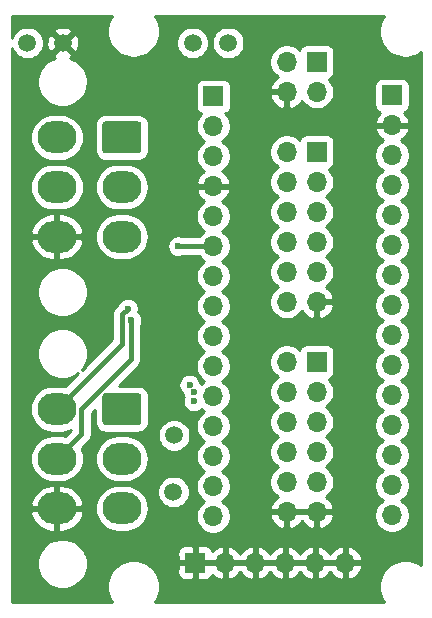
<source format=gbr>
G04 #@! TF.GenerationSoftware,KiCad,Pcbnew,(5.1.9)-1*
G04 #@! TF.CreationDate,2021-11-06T10:51:06-06:00*
G04 #@! TF.ProjectId,ABSIS_Nano,41425349-535f-44e6-916e-6f2e6b696361,1*
G04 #@! TF.SameCoordinates,Original*
G04 #@! TF.FileFunction,Copper,L4,Bot*
G04 #@! TF.FilePolarity,Positive*
%FSLAX46Y46*%
G04 Gerber Fmt 4.6, Leading zero omitted, Abs format (unit mm)*
G04 Created by KiCad (PCBNEW (5.1.9)-1) date 2021-11-06 10:51:06*
%MOMM*%
%LPD*%
G01*
G04 APERTURE LIST*
G04 #@! TA.AperFunction,ComponentPad*
%ADD10C,1.500000*%
G04 #@! TD*
G04 #@! TA.AperFunction,ComponentPad*
%ADD11R,1.700000X1.700000*%
G04 #@! TD*
G04 #@! TA.AperFunction,ComponentPad*
%ADD12O,1.700000X1.700000*%
G04 #@! TD*
G04 #@! TA.AperFunction,ComponentPad*
%ADD13O,3.300000X2.700000*%
G04 #@! TD*
G04 #@! TA.AperFunction,ViaPad*
%ADD14C,0.600000*%
G04 #@! TD*
G04 #@! TA.AperFunction,Conductor*
%ADD15C,0.457200*%
G04 #@! TD*
G04 #@! TA.AperFunction,Conductor*
%ADD16C,0.254000*%
G04 #@! TD*
G04 #@! TA.AperFunction,Conductor*
%ADD17C,0.100000*%
G04 #@! TD*
G04 APERTURE END LIST*
D10*
X136182100Y-104825800D03*
X136232900Y-100025200D03*
X126810000Y-66810000D03*
X137810000Y-66810000D03*
X123810000Y-66810000D03*
X140810000Y-66810000D03*
D11*
X148310000Y-68410000D03*
D12*
X145770000Y-68410000D03*
X148310000Y-70950000D03*
X145770000Y-70950000D03*
D13*
X126310000Y-106210000D03*
X126310000Y-102010000D03*
X126310000Y-97810000D03*
X131810000Y-106210000D03*
X131810000Y-102010000D03*
G04 #@! TA.AperFunction,ComponentPad*
G36*
G01*
X130410001Y-96460000D02*
X133209999Y-96460000D01*
G75*
G02*
X133460000Y-96710001I0J-250001D01*
G01*
X133460000Y-98909999D01*
G75*
G02*
X133209999Y-99160000I-250001J0D01*
G01*
X130410001Y-99160000D01*
G75*
G02*
X130160000Y-98909999I0J250001D01*
G01*
X130160000Y-96710001D01*
G75*
G02*
X130410001Y-96460000I250001J0D01*
G01*
G37*
G04 #@! TD.AperFunction*
X126310000Y-83210000D03*
X126310000Y-79010000D03*
X126310000Y-74810000D03*
X131810000Y-83210000D03*
X131810000Y-79010000D03*
G04 #@! TA.AperFunction,ComponentPad*
G36*
G01*
X130410001Y-73460000D02*
X133209999Y-73460000D01*
G75*
G02*
X133460000Y-73710001I0J-250001D01*
G01*
X133460000Y-75909999D01*
G75*
G02*
X133209999Y-76160000I-250001J0D01*
G01*
X130410001Y-76160000D01*
G75*
G02*
X130160000Y-75909999I0J250001D01*
G01*
X130160000Y-73710001D01*
G75*
G02*
X130410001Y-73460000I250001J0D01*
G01*
G37*
G04 #@! TD.AperFunction*
D12*
X150710000Y-110810000D03*
X148170000Y-110810000D03*
X145630000Y-110810000D03*
X143090000Y-110810000D03*
X140550000Y-110810000D03*
D11*
X138010000Y-110810000D03*
D12*
X145770000Y-106510000D03*
X148310000Y-106510000D03*
X145770000Y-103970000D03*
X148310000Y-103970000D03*
X145770000Y-101430000D03*
X148310000Y-101430000D03*
X145770000Y-98890000D03*
X148310000Y-98890000D03*
X145770000Y-96350000D03*
X148310000Y-96350000D03*
X145770000Y-93810000D03*
D11*
X148310000Y-93810000D03*
D12*
X145770000Y-88730000D03*
X148310000Y-88730000D03*
X145770000Y-86190000D03*
X148310000Y-86190000D03*
X145770000Y-83650000D03*
X148310000Y-83650000D03*
X145770000Y-81110000D03*
X148310000Y-81110000D03*
X145770000Y-78570000D03*
X148310000Y-78570000D03*
X145770000Y-76030000D03*
D11*
X148310000Y-76030000D03*
D12*
X139547600Y-106883200D03*
X139547600Y-104343200D03*
X139547600Y-101803200D03*
X139547600Y-99263200D03*
X139547600Y-96723200D03*
X139547600Y-94183200D03*
X139547600Y-91643200D03*
X139547600Y-89103200D03*
X139547600Y-86563200D03*
X139547600Y-84023200D03*
X139547600Y-81483200D03*
X139547600Y-78943200D03*
X139547600Y-76403200D03*
X139547600Y-73863200D03*
D11*
X139547600Y-71323200D03*
D12*
X154686000Y-106807000D03*
X154686000Y-104267000D03*
X154686000Y-101727000D03*
X154686000Y-99187000D03*
X154686000Y-96647000D03*
X154686000Y-94107000D03*
X154686000Y-91567000D03*
X154686000Y-89027000D03*
X154686000Y-86487000D03*
X154686000Y-83947000D03*
X154686000Y-81407000D03*
X154686000Y-78867000D03*
X154686000Y-76327000D03*
X154686000Y-73787000D03*
D11*
X154686000Y-71247000D03*
D14*
X137541000Y-93853000D03*
X136580510Y-84023200D03*
X137541000Y-95758000D03*
X137896000Y-97154000D03*
X137896000Y-96392000D03*
X132310000Y-89310000D03*
X132581390Y-90310000D03*
D15*
X139547600Y-84023200D02*
X136580510Y-84023200D01*
X132310000Y-89310000D02*
X131852788Y-89767212D01*
X131852788Y-92267212D02*
X126310000Y-97810000D01*
X131852788Y-89767212D02*
X131852788Y-92267212D01*
X128388610Y-97771690D02*
X132581390Y-93578910D01*
X126310000Y-102010000D02*
X128388610Y-99931390D01*
X132581390Y-93578910D02*
X132581390Y-90310000D01*
X128388610Y-99931390D02*
X128388610Y-97771690D01*
D16*
X130829369Y-64751331D02*
X130660890Y-65158075D01*
X130575000Y-65589872D01*
X130575000Y-66030128D01*
X130660890Y-66461925D01*
X130829369Y-66868669D01*
X131073962Y-67234729D01*
X131385271Y-67546038D01*
X131751331Y-67790631D01*
X132158075Y-67959110D01*
X132589872Y-68045000D01*
X133030128Y-68045000D01*
X133461925Y-67959110D01*
X133868669Y-67790631D01*
X134234729Y-67546038D01*
X134546038Y-67234729D01*
X134790631Y-66868669D01*
X134871435Y-66673589D01*
X136425000Y-66673589D01*
X136425000Y-66946411D01*
X136478225Y-67213989D01*
X136582629Y-67466043D01*
X136734201Y-67692886D01*
X136927114Y-67885799D01*
X137153957Y-68037371D01*
X137406011Y-68141775D01*
X137673589Y-68195000D01*
X137946411Y-68195000D01*
X138213989Y-68141775D01*
X138466043Y-68037371D01*
X138692886Y-67885799D01*
X138885799Y-67692886D01*
X139037371Y-67466043D01*
X139141775Y-67213989D01*
X139195000Y-66946411D01*
X139195000Y-66673589D01*
X139425000Y-66673589D01*
X139425000Y-66946411D01*
X139478225Y-67213989D01*
X139582629Y-67466043D01*
X139734201Y-67692886D01*
X139927114Y-67885799D01*
X140153957Y-68037371D01*
X140406011Y-68141775D01*
X140673589Y-68195000D01*
X140946411Y-68195000D01*
X141213989Y-68141775D01*
X141466043Y-68037371D01*
X141692886Y-67885799D01*
X141885799Y-67692886D01*
X142037371Y-67466043D01*
X142141775Y-67213989D01*
X142195000Y-66946411D01*
X142195000Y-66673589D01*
X142141775Y-66406011D01*
X142037371Y-66153957D01*
X141885799Y-65927114D01*
X141692886Y-65734201D01*
X141466043Y-65582629D01*
X141213989Y-65478225D01*
X140946411Y-65425000D01*
X140673589Y-65425000D01*
X140406011Y-65478225D01*
X140153957Y-65582629D01*
X139927114Y-65734201D01*
X139734201Y-65927114D01*
X139582629Y-66153957D01*
X139478225Y-66406011D01*
X139425000Y-66673589D01*
X139195000Y-66673589D01*
X139141775Y-66406011D01*
X139037371Y-66153957D01*
X138885799Y-65927114D01*
X138692886Y-65734201D01*
X138466043Y-65582629D01*
X138213989Y-65478225D01*
X137946411Y-65425000D01*
X137673589Y-65425000D01*
X137406011Y-65478225D01*
X137153957Y-65582629D01*
X136927114Y-65734201D01*
X136734201Y-65927114D01*
X136582629Y-66153957D01*
X136478225Y-66406011D01*
X136425000Y-66673589D01*
X134871435Y-66673589D01*
X134959110Y-66461925D01*
X135045000Y-66030128D01*
X135045000Y-65589872D01*
X134959110Y-65158075D01*
X134790631Y-64751331D01*
X134619356Y-64495000D01*
X154000644Y-64495000D01*
X153829369Y-64751331D01*
X153660890Y-65158075D01*
X153575000Y-65589872D01*
X153575000Y-66030128D01*
X153660890Y-66461925D01*
X153829369Y-66868669D01*
X154073962Y-67234729D01*
X154385271Y-67546038D01*
X154751331Y-67790631D01*
X155158075Y-67959110D01*
X155589872Y-68045000D01*
X156030128Y-68045000D01*
X156461925Y-67959110D01*
X156868669Y-67790631D01*
X157125001Y-67619356D01*
X157125000Y-111000644D01*
X156868669Y-110829369D01*
X156461925Y-110660890D01*
X156030128Y-110575000D01*
X155589872Y-110575000D01*
X155158075Y-110660890D01*
X154751331Y-110829369D01*
X154385271Y-111073962D01*
X154073962Y-111385271D01*
X153829369Y-111751331D01*
X153660890Y-112158075D01*
X153575000Y-112589872D01*
X153575000Y-113030128D01*
X153660890Y-113461925D01*
X153829369Y-113868669D01*
X154000644Y-114125000D01*
X134619356Y-114125000D01*
X134790631Y-113868669D01*
X134959110Y-113461925D01*
X135045000Y-113030128D01*
X135045000Y-112589872D01*
X134959110Y-112158075D01*
X134790631Y-111751331D01*
X134729606Y-111660000D01*
X136521928Y-111660000D01*
X136534188Y-111784482D01*
X136570498Y-111904180D01*
X136629463Y-112014494D01*
X136708815Y-112111185D01*
X136805506Y-112190537D01*
X136915820Y-112249502D01*
X137035518Y-112285812D01*
X137160000Y-112298072D01*
X137724250Y-112295000D01*
X137883000Y-112136250D01*
X137883000Y-110937000D01*
X138137000Y-110937000D01*
X138137000Y-112136250D01*
X138295750Y-112295000D01*
X138860000Y-112298072D01*
X138984482Y-112285812D01*
X139104180Y-112249502D01*
X139214494Y-112190537D01*
X139311185Y-112111185D01*
X139390537Y-112014494D01*
X139449502Y-111904180D01*
X139473966Y-111823534D01*
X139549731Y-111907588D01*
X139783080Y-112081641D01*
X140045901Y-112206825D01*
X140193110Y-112251476D01*
X140423000Y-112130155D01*
X140423000Y-110937000D01*
X140677000Y-110937000D01*
X140677000Y-112130155D01*
X140906890Y-112251476D01*
X141054099Y-112206825D01*
X141316920Y-112081641D01*
X141550269Y-111907588D01*
X141745178Y-111691355D01*
X141820000Y-111565745D01*
X141894822Y-111691355D01*
X142089731Y-111907588D01*
X142323080Y-112081641D01*
X142585901Y-112206825D01*
X142733110Y-112251476D01*
X142963000Y-112130155D01*
X142963000Y-110937000D01*
X143217000Y-110937000D01*
X143217000Y-112130155D01*
X143446890Y-112251476D01*
X143594099Y-112206825D01*
X143856920Y-112081641D01*
X144090269Y-111907588D01*
X144285178Y-111691355D01*
X144360000Y-111565745D01*
X144434822Y-111691355D01*
X144629731Y-111907588D01*
X144863080Y-112081641D01*
X145125901Y-112206825D01*
X145273110Y-112251476D01*
X145503000Y-112130155D01*
X145503000Y-110937000D01*
X145757000Y-110937000D01*
X145757000Y-112130155D01*
X145986890Y-112251476D01*
X146134099Y-112206825D01*
X146396920Y-112081641D01*
X146630269Y-111907588D01*
X146825178Y-111691355D01*
X146900000Y-111565745D01*
X146974822Y-111691355D01*
X147169731Y-111907588D01*
X147403080Y-112081641D01*
X147665901Y-112206825D01*
X147813110Y-112251476D01*
X148043000Y-112130155D01*
X148043000Y-110937000D01*
X148297000Y-110937000D01*
X148297000Y-112130155D01*
X148526890Y-112251476D01*
X148674099Y-112206825D01*
X148936920Y-112081641D01*
X149170269Y-111907588D01*
X149365178Y-111691355D01*
X149440000Y-111565745D01*
X149514822Y-111691355D01*
X149709731Y-111907588D01*
X149943080Y-112081641D01*
X150205901Y-112206825D01*
X150353110Y-112251476D01*
X150583000Y-112130155D01*
X150583000Y-110937000D01*
X150837000Y-110937000D01*
X150837000Y-112130155D01*
X151066890Y-112251476D01*
X151214099Y-112206825D01*
X151476920Y-112081641D01*
X151710269Y-111907588D01*
X151905178Y-111691355D01*
X152054157Y-111441252D01*
X152151481Y-111166891D01*
X152030814Y-110937000D01*
X150837000Y-110937000D01*
X150583000Y-110937000D01*
X148297000Y-110937000D01*
X148043000Y-110937000D01*
X145757000Y-110937000D01*
X145503000Y-110937000D01*
X143217000Y-110937000D01*
X142963000Y-110937000D01*
X140677000Y-110937000D01*
X140423000Y-110937000D01*
X138137000Y-110937000D01*
X137883000Y-110937000D01*
X136683750Y-110937000D01*
X136525000Y-111095750D01*
X136521928Y-111660000D01*
X134729606Y-111660000D01*
X134546038Y-111385271D01*
X134234729Y-111073962D01*
X133868669Y-110829369D01*
X133461925Y-110660890D01*
X133030128Y-110575000D01*
X132589872Y-110575000D01*
X132158075Y-110660890D01*
X131751331Y-110829369D01*
X131385271Y-111073962D01*
X131073962Y-111385271D01*
X130829369Y-111751331D01*
X130660890Y-112158075D01*
X130575000Y-112589872D01*
X130575000Y-113030128D01*
X130660890Y-113461925D01*
X130829369Y-113868669D01*
X131000644Y-114125000D01*
X122495000Y-114125000D01*
X122495000Y-110699721D01*
X124635000Y-110699721D01*
X124635000Y-111120279D01*
X124717047Y-111532756D01*
X124877988Y-111921302D01*
X125111637Y-112270983D01*
X125409017Y-112568363D01*
X125758698Y-112802012D01*
X126147244Y-112962953D01*
X126559721Y-113045000D01*
X126980279Y-113045000D01*
X127392756Y-112962953D01*
X127781302Y-112802012D01*
X128130983Y-112568363D01*
X128428363Y-112270983D01*
X128662012Y-111921302D01*
X128822953Y-111532756D01*
X128905000Y-111120279D01*
X128905000Y-110699721D01*
X128822953Y-110287244D01*
X128687405Y-109960000D01*
X136521928Y-109960000D01*
X136525000Y-110524250D01*
X136683750Y-110683000D01*
X137883000Y-110683000D01*
X137883000Y-109483750D01*
X138137000Y-109483750D01*
X138137000Y-110683000D01*
X140423000Y-110683000D01*
X140423000Y-109489845D01*
X140677000Y-109489845D01*
X140677000Y-110683000D01*
X142963000Y-110683000D01*
X142963000Y-109489845D01*
X143217000Y-109489845D01*
X143217000Y-110683000D01*
X145503000Y-110683000D01*
X145503000Y-109489845D01*
X145757000Y-109489845D01*
X145757000Y-110683000D01*
X148043000Y-110683000D01*
X148043000Y-109489845D01*
X148297000Y-109489845D01*
X148297000Y-110683000D01*
X150583000Y-110683000D01*
X150583000Y-109489845D01*
X150837000Y-109489845D01*
X150837000Y-110683000D01*
X152030814Y-110683000D01*
X152151481Y-110453109D01*
X152054157Y-110178748D01*
X151905178Y-109928645D01*
X151710269Y-109712412D01*
X151476920Y-109538359D01*
X151214099Y-109413175D01*
X151066890Y-109368524D01*
X150837000Y-109489845D01*
X150583000Y-109489845D01*
X150353110Y-109368524D01*
X150205901Y-109413175D01*
X149943080Y-109538359D01*
X149709731Y-109712412D01*
X149514822Y-109928645D01*
X149440000Y-110054255D01*
X149365178Y-109928645D01*
X149170269Y-109712412D01*
X148936920Y-109538359D01*
X148674099Y-109413175D01*
X148526890Y-109368524D01*
X148297000Y-109489845D01*
X148043000Y-109489845D01*
X147813110Y-109368524D01*
X147665901Y-109413175D01*
X147403080Y-109538359D01*
X147169731Y-109712412D01*
X146974822Y-109928645D01*
X146900000Y-110054255D01*
X146825178Y-109928645D01*
X146630269Y-109712412D01*
X146396920Y-109538359D01*
X146134099Y-109413175D01*
X145986890Y-109368524D01*
X145757000Y-109489845D01*
X145503000Y-109489845D01*
X145273110Y-109368524D01*
X145125901Y-109413175D01*
X144863080Y-109538359D01*
X144629731Y-109712412D01*
X144434822Y-109928645D01*
X144360000Y-110054255D01*
X144285178Y-109928645D01*
X144090269Y-109712412D01*
X143856920Y-109538359D01*
X143594099Y-109413175D01*
X143446890Y-109368524D01*
X143217000Y-109489845D01*
X142963000Y-109489845D01*
X142733110Y-109368524D01*
X142585901Y-109413175D01*
X142323080Y-109538359D01*
X142089731Y-109712412D01*
X141894822Y-109928645D01*
X141820000Y-110054255D01*
X141745178Y-109928645D01*
X141550269Y-109712412D01*
X141316920Y-109538359D01*
X141054099Y-109413175D01*
X140906890Y-109368524D01*
X140677000Y-109489845D01*
X140423000Y-109489845D01*
X140193110Y-109368524D01*
X140045901Y-109413175D01*
X139783080Y-109538359D01*
X139549731Y-109712412D01*
X139473966Y-109796466D01*
X139449502Y-109715820D01*
X139390537Y-109605506D01*
X139311185Y-109508815D01*
X139214494Y-109429463D01*
X139104180Y-109370498D01*
X138984482Y-109334188D01*
X138860000Y-109321928D01*
X138295750Y-109325000D01*
X138137000Y-109483750D01*
X137883000Y-109483750D01*
X137724250Y-109325000D01*
X137160000Y-109321928D01*
X137035518Y-109334188D01*
X136915820Y-109370498D01*
X136805506Y-109429463D01*
X136708815Y-109508815D01*
X136629463Y-109605506D01*
X136570498Y-109715820D01*
X136534188Y-109835518D01*
X136521928Y-109960000D01*
X128687405Y-109960000D01*
X128662012Y-109898698D01*
X128428363Y-109549017D01*
X128130983Y-109251637D01*
X127781302Y-109017988D01*
X127392756Y-108857047D01*
X126980279Y-108775000D01*
X126559721Y-108775000D01*
X126147244Y-108857047D01*
X125758698Y-109017988D01*
X125409017Y-109251637D01*
X125111637Y-109549017D01*
X124877988Y-109898698D01*
X124717047Y-110287244D01*
X124635000Y-110699721D01*
X122495000Y-110699721D01*
X122495000Y-106645323D01*
X124073323Y-106645323D01*
X124127499Y-106852295D01*
X124288976Y-107207211D01*
X124516591Y-107523805D01*
X124801597Y-107789910D01*
X125133041Y-107995300D01*
X125498186Y-108132082D01*
X125883000Y-108195000D01*
X126183000Y-108195000D01*
X126183000Y-106337000D01*
X126437000Y-106337000D01*
X126437000Y-108195000D01*
X126737000Y-108195000D01*
X127121814Y-108132082D01*
X127486959Y-107995300D01*
X127818403Y-107789910D01*
X128103409Y-107523805D01*
X128331024Y-107207211D01*
X128492501Y-106852295D01*
X128546677Y-106645323D01*
X128431829Y-106337000D01*
X126437000Y-106337000D01*
X126183000Y-106337000D01*
X124188171Y-106337000D01*
X124073323Y-106645323D01*
X122495000Y-106645323D01*
X122495000Y-106210000D01*
X129515396Y-106210000D01*
X129553722Y-106599128D01*
X129667226Y-106973302D01*
X129851547Y-107318143D01*
X130099602Y-107620398D01*
X130401857Y-107868453D01*
X130746698Y-108052774D01*
X131120872Y-108166278D01*
X131412490Y-108195000D01*
X132207510Y-108195000D01*
X132499128Y-108166278D01*
X132873302Y-108052774D01*
X133218143Y-107868453D01*
X133520398Y-107620398D01*
X133768453Y-107318143D01*
X133952774Y-106973302D01*
X134066278Y-106599128D01*
X134104604Y-106210000D01*
X134066278Y-105820872D01*
X133952774Y-105446698D01*
X133768453Y-105101857D01*
X133520398Y-104799602D01*
X133386104Y-104689389D01*
X134797100Y-104689389D01*
X134797100Y-104962211D01*
X134850325Y-105229789D01*
X134954729Y-105481843D01*
X135106301Y-105708686D01*
X135299214Y-105901599D01*
X135526057Y-106053171D01*
X135778111Y-106157575D01*
X136045689Y-106210800D01*
X136318511Y-106210800D01*
X136586089Y-106157575D01*
X136838143Y-106053171D01*
X137064986Y-105901599D01*
X137257899Y-105708686D01*
X137409471Y-105481843D01*
X137513875Y-105229789D01*
X137567100Y-104962211D01*
X137567100Y-104689389D01*
X137513875Y-104421811D01*
X137409471Y-104169757D01*
X137257899Y-103942914D01*
X137064986Y-103750001D01*
X136838143Y-103598429D01*
X136586089Y-103494025D01*
X136318511Y-103440800D01*
X136045689Y-103440800D01*
X135778111Y-103494025D01*
X135526057Y-103598429D01*
X135299214Y-103750001D01*
X135106301Y-103942914D01*
X134954729Y-104169757D01*
X134850325Y-104421811D01*
X134797100Y-104689389D01*
X133386104Y-104689389D01*
X133218143Y-104551547D01*
X132873302Y-104367226D01*
X132499128Y-104253722D01*
X132207510Y-104225000D01*
X131412490Y-104225000D01*
X131120872Y-104253722D01*
X130746698Y-104367226D01*
X130401857Y-104551547D01*
X130099602Y-104799602D01*
X129851547Y-105101857D01*
X129667226Y-105446698D01*
X129553722Y-105820872D01*
X129515396Y-106210000D01*
X122495000Y-106210000D01*
X122495000Y-105774677D01*
X124073323Y-105774677D01*
X124188171Y-106083000D01*
X126183000Y-106083000D01*
X126183000Y-104225000D01*
X126437000Y-104225000D01*
X126437000Y-106083000D01*
X128431829Y-106083000D01*
X128546677Y-105774677D01*
X128492501Y-105567705D01*
X128331024Y-105212789D01*
X128103409Y-104896195D01*
X127818403Y-104630090D01*
X127486959Y-104424700D01*
X127121814Y-104287918D01*
X126737000Y-104225000D01*
X126437000Y-104225000D01*
X126183000Y-104225000D01*
X125883000Y-104225000D01*
X125498186Y-104287918D01*
X125133041Y-104424700D01*
X124801597Y-104630090D01*
X124516591Y-104896195D01*
X124288976Y-105212789D01*
X124127499Y-105567705D01*
X124073323Y-105774677D01*
X122495000Y-105774677D01*
X122495000Y-97810000D01*
X124015396Y-97810000D01*
X124053722Y-98199128D01*
X124167226Y-98573302D01*
X124351547Y-98918143D01*
X124599602Y-99220398D01*
X124901857Y-99468453D01*
X125246698Y-99652774D01*
X125620872Y-99766278D01*
X125912490Y-99795000D01*
X126707510Y-99795000D01*
X126999128Y-99766278D01*
X127373302Y-99652774D01*
X127525010Y-99571684D01*
X127525010Y-99573675D01*
X127034296Y-100064390D01*
X126999128Y-100053722D01*
X126707510Y-100025000D01*
X125912490Y-100025000D01*
X125620872Y-100053722D01*
X125246698Y-100167226D01*
X124901857Y-100351547D01*
X124599602Y-100599602D01*
X124351547Y-100901857D01*
X124167226Y-101246698D01*
X124053722Y-101620872D01*
X124015396Y-102010000D01*
X124053722Y-102399128D01*
X124167226Y-102773302D01*
X124351547Y-103118143D01*
X124599602Y-103420398D01*
X124901857Y-103668453D01*
X125246698Y-103852774D01*
X125620872Y-103966278D01*
X125912490Y-103995000D01*
X126707510Y-103995000D01*
X126999128Y-103966278D01*
X127373302Y-103852774D01*
X127718143Y-103668453D01*
X128020398Y-103420398D01*
X128268453Y-103118143D01*
X128452774Y-102773302D01*
X128566278Y-102399128D01*
X128604604Y-102010000D01*
X129515396Y-102010000D01*
X129553722Y-102399128D01*
X129667226Y-102773302D01*
X129851547Y-103118143D01*
X130099602Y-103420398D01*
X130401857Y-103668453D01*
X130746698Y-103852774D01*
X131120872Y-103966278D01*
X131412490Y-103995000D01*
X132207510Y-103995000D01*
X132499128Y-103966278D01*
X132873302Y-103852774D01*
X133218143Y-103668453D01*
X133520398Y-103420398D01*
X133768453Y-103118143D01*
X133952774Y-102773302D01*
X134066278Y-102399128D01*
X134104604Y-102010000D01*
X134066278Y-101620872D01*
X133952774Y-101246698D01*
X133768453Y-100901857D01*
X133520398Y-100599602D01*
X133218143Y-100351547D01*
X132873302Y-100167226D01*
X132499128Y-100053722D01*
X132207510Y-100025000D01*
X131412490Y-100025000D01*
X131120872Y-100053722D01*
X130746698Y-100167226D01*
X130401857Y-100351547D01*
X130099602Y-100599602D01*
X129851547Y-100901857D01*
X129667226Y-101246698D01*
X129553722Y-101620872D01*
X129515396Y-102010000D01*
X128604604Y-102010000D01*
X128566278Y-101620872D01*
X128452774Y-101246698D01*
X128397684Y-101143631D01*
X128969271Y-100572044D01*
X129002222Y-100545002D01*
X129110141Y-100413502D01*
X129190332Y-100263474D01*
X129239714Y-100100685D01*
X129252210Y-99973810D01*
X129252210Y-99973809D01*
X129256388Y-99931391D01*
X129252210Y-99888973D01*
X129252210Y-99888789D01*
X134847900Y-99888789D01*
X134847900Y-100161611D01*
X134901125Y-100429189D01*
X135005529Y-100681243D01*
X135157101Y-100908086D01*
X135350014Y-101100999D01*
X135576857Y-101252571D01*
X135828911Y-101356975D01*
X136096489Y-101410200D01*
X136369311Y-101410200D01*
X136636889Y-101356975D01*
X136888943Y-101252571D01*
X137115786Y-101100999D01*
X137308699Y-100908086D01*
X137460271Y-100681243D01*
X137564675Y-100429189D01*
X137617900Y-100161611D01*
X137617900Y-99888789D01*
X137564675Y-99621211D01*
X137460271Y-99369157D01*
X137308699Y-99142314D01*
X137115786Y-98949401D01*
X136888943Y-98797829D01*
X136636889Y-98693425D01*
X136369311Y-98640200D01*
X136096489Y-98640200D01*
X135828911Y-98693425D01*
X135576857Y-98797829D01*
X135350014Y-98949401D01*
X135157101Y-99142314D01*
X135005529Y-99369157D01*
X134901125Y-99621211D01*
X134847900Y-99888789D01*
X129252210Y-99888789D01*
X129252210Y-98129403D01*
X129521928Y-97859685D01*
X129521928Y-98909999D01*
X129538992Y-99083253D01*
X129589529Y-99249850D01*
X129671595Y-99403386D01*
X129782039Y-99537961D01*
X129916614Y-99648405D01*
X130070150Y-99730471D01*
X130236747Y-99781008D01*
X130410001Y-99798072D01*
X133209999Y-99798072D01*
X133383253Y-99781008D01*
X133549850Y-99730471D01*
X133703386Y-99648405D01*
X133837961Y-99537961D01*
X133948405Y-99403386D01*
X134030471Y-99249850D01*
X134081008Y-99083253D01*
X134098072Y-98909999D01*
X134098072Y-96710001D01*
X134081008Y-96536747D01*
X134030471Y-96370150D01*
X133948405Y-96216614D01*
X133837961Y-96082039D01*
X133703386Y-95971595D01*
X133549850Y-95889529D01*
X133383253Y-95838992D01*
X133209999Y-95821928D01*
X131559686Y-95821928D01*
X133162051Y-94219564D01*
X133195002Y-94192522D01*
X133302921Y-94061022D01*
X133383112Y-93910994D01*
X133432494Y-93748205D01*
X133444990Y-93621330D01*
X133444990Y-93621329D01*
X133449168Y-93578911D01*
X133444990Y-93536493D01*
X133444990Y-90668357D01*
X133480458Y-90582729D01*
X133516390Y-90402089D01*
X133516390Y-90217911D01*
X133480458Y-90037271D01*
X133409976Y-89867111D01*
X133307652Y-89713972D01*
X133199502Y-89605822D01*
X133209068Y-89582729D01*
X133245000Y-89402089D01*
X133245000Y-89217911D01*
X133209068Y-89037271D01*
X133138586Y-88867111D01*
X133036262Y-88713972D01*
X132906028Y-88583738D01*
X132752889Y-88481414D01*
X132582729Y-88410932D01*
X132402089Y-88375000D01*
X132217911Y-88375000D01*
X132037271Y-88410932D01*
X131867111Y-88481414D01*
X131713972Y-88583738D01*
X131583738Y-88713972D01*
X131481414Y-88867111D01*
X131445945Y-88952742D01*
X131272138Y-89126549D01*
X131239176Y-89153600D01*
X131131257Y-89285101D01*
X131051066Y-89435129D01*
X131004550Y-89588469D01*
X131001684Y-89597918D01*
X130985010Y-89767212D01*
X130989188Y-89809632D01*
X130989189Y-91909497D01*
X128429691Y-94468996D01*
X128662012Y-94121302D01*
X128822953Y-93732756D01*
X128905000Y-93320279D01*
X128905000Y-92899721D01*
X128822953Y-92487244D01*
X128662012Y-92098698D01*
X128428363Y-91749017D01*
X128130983Y-91451637D01*
X127781302Y-91217988D01*
X127392756Y-91057047D01*
X126980279Y-90975000D01*
X126559721Y-90975000D01*
X126147244Y-91057047D01*
X125758698Y-91217988D01*
X125409017Y-91451637D01*
X125111637Y-91749017D01*
X124877988Y-92098698D01*
X124717047Y-92487244D01*
X124635000Y-92899721D01*
X124635000Y-93320279D01*
X124717047Y-93732756D01*
X124877988Y-94121302D01*
X125111637Y-94470983D01*
X125409017Y-94768363D01*
X125758698Y-95002012D01*
X126147244Y-95162953D01*
X126559721Y-95245000D01*
X126980279Y-95245000D01*
X127392756Y-95162953D01*
X127781302Y-95002012D01*
X128128996Y-94769691D01*
X127034297Y-95864390D01*
X126999128Y-95853722D01*
X126707510Y-95825000D01*
X125912490Y-95825000D01*
X125620872Y-95853722D01*
X125246698Y-95967226D01*
X124901857Y-96151547D01*
X124599602Y-96399602D01*
X124351547Y-96701857D01*
X124167226Y-97046698D01*
X124053722Y-97420872D01*
X124015396Y-97810000D01*
X122495000Y-97810000D01*
X122495000Y-87699721D01*
X124635000Y-87699721D01*
X124635000Y-88120279D01*
X124717047Y-88532756D01*
X124877988Y-88921302D01*
X125111637Y-89270983D01*
X125409017Y-89568363D01*
X125758698Y-89802012D01*
X126147244Y-89962953D01*
X126559721Y-90045000D01*
X126980279Y-90045000D01*
X127392756Y-89962953D01*
X127781302Y-89802012D01*
X128130983Y-89568363D01*
X128428363Y-89270983D01*
X128662012Y-88921302D01*
X128822953Y-88532756D01*
X128905000Y-88120279D01*
X128905000Y-87699721D01*
X128822953Y-87287244D01*
X128662012Y-86898698D01*
X128428363Y-86549017D01*
X128130983Y-86251637D01*
X127781302Y-86017988D01*
X127392756Y-85857047D01*
X126980279Y-85775000D01*
X126559721Y-85775000D01*
X126147244Y-85857047D01*
X125758698Y-86017988D01*
X125409017Y-86251637D01*
X125111637Y-86549017D01*
X124877988Y-86898698D01*
X124717047Y-87287244D01*
X124635000Y-87699721D01*
X122495000Y-87699721D01*
X122495000Y-83645323D01*
X124073323Y-83645323D01*
X124127499Y-83852295D01*
X124288976Y-84207211D01*
X124516591Y-84523805D01*
X124801597Y-84789910D01*
X125133041Y-84995300D01*
X125498186Y-85132082D01*
X125883000Y-85195000D01*
X126183000Y-85195000D01*
X126183000Y-83337000D01*
X126437000Y-83337000D01*
X126437000Y-85195000D01*
X126737000Y-85195000D01*
X127121814Y-85132082D01*
X127486959Y-84995300D01*
X127818403Y-84789910D01*
X128103409Y-84523805D01*
X128331024Y-84207211D01*
X128492501Y-83852295D01*
X128546677Y-83645323D01*
X128431829Y-83337000D01*
X126437000Y-83337000D01*
X126183000Y-83337000D01*
X124188171Y-83337000D01*
X124073323Y-83645323D01*
X122495000Y-83645323D01*
X122495000Y-83210000D01*
X129515396Y-83210000D01*
X129553722Y-83599128D01*
X129667226Y-83973302D01*
X129851547Y-84318143D01*
X130099602Y-84620398D01*
X130401857Y-84868453D01*
X130746698Y-85052774D01*
X131120872Y-85166278D01*
X131412490Y-85195000D01*
X132207510Y-85195000D01*
X132499128Y-85166278D01*
X132873302Y-85052774D01*
X133218143Y-84868453D01*
X133520398Y-84620398D01*
X133768453Y-84318143D01*
X133952774Y-83973302D01*
X133965572Y-83931111D01*
X135645510Y-83931111D01*
X135645510Y-84115289D01*
X135681442Y-84295929D01*
X135751924Y-84466089D01*
X135854248Y-84619228D01*
X135984482Y-84749462D01*
X136137621Y-84851786D01*
X136307781Y-84922268D01*
X136488421Y-84958200D01*
X136672599Y-84958200D01*
X136853239Y-84922268D01*
X136938867Y-84886800D01*
X138338645Y-84886800D01*
X138394125Y-84969832D01*
X138600968Y-85176675D01*
X138775360Y-85293200D01*
X138600968Y-85409725D01*
X138394125Y-85616568D01*
X138231610Y-85859789D01*
X138119668Y-86130042D01*
X138062600Y-86416940D01*
X138062600Y-86709460D01*
X138119668Y-86996358D01*
X138231610Y-87266611D01*
X138394125Y-87509832D01*
X138600968Y-87716675D01*
X138775360Y-87833200D01*
X138600968Y-87949725D01*
X138394125Y-88156568D01*
X138231610Y-88399789D01*
X138119668Y-88670042D01*
X138062600Y-88956940D01*
X138062600Y-89249460D01*
X138119668Y-89536358D01*
X138231610Y-89806611D01*
X138394125Y-90049832D01*
X138600968Y-90256675D01*
X138775360Y-90373200D01*
X138600968Y-90489725D01*
X138394125Y-90696568D01*
X138231610Y-90939789D01*
X138119668Y-91210042D01*
X138062600Y-91496940D01*
X138062600Y-91789460D01*
X138119668Y-92076358D01*
X138231610Y-92346611D01*
X138394125Y-92589832D01*
X138600968Y-92796675D01*
X138775360Y-92913200D01*
X138600968Y-93029725D01*
X138394125Y-93236568D01*
X138231610Y-93479789D01*
X138119668Y-93750042D01*
X138062600Y-94036940D01*
X138062600Y-94329460D01*
X138119668Y-94616358D01*
X138231610Y-94886611D01*
X138394125Y-95129832D01*
X138600968Y-95336675D01*
X138775360Y-95453200D01*
X138600968Y-95569725D01*
X138498492Y-95672202D01*
X138492028Y-95665738D01*
X138473503Y-95653360D01*
X138440068Y-95485271D01*
X138369586Y-95315111D01*
X138267262Y-95161972D01*
X138137028Y-95031738D01*
X137983889Y-94929414D01*
X137813729Y-94858932D01*
X137633089Y-94823000D01*
X137448911Y-94823000D01*
X137268271Y-94858932D01*
X137098111Y-94929414D01*
X136944972Y-95031738D01*
X136814738Y-95161972D01*
X136712414Y-95315111D01*
X136641932Y-95485271D01*
X136606000Y-95665911D01*
X136606000Y-95850089D01*
X136641932Y-96030729D01*
X136712414Y-96200889D01*
X136814738Y-96354028D01*
X136944972Y-96484262D01*
X136963497Y-96496640D01*
X136996932Y-96664729D01*
X137041779Y-96773000D01*
X136996932Y-96881271D01*
X136961000Y-97061911D01*
X136961000Y-97246089D01*
X136996932Y-97426729D01*
X137067414Y-97596889D01*
X137169738Y-97750028D01*
X137299972Y-97880262D01*
X137453111Y-97982586D01*
X137623271Y-98053068D01*
X137803911Y-98089000D01*
X137988089Y-98089000D01*
X138168729Y-98053068D01*
X138338889Y-97982586D01*
X138492028Y-97880262D01*
X138548292Y-97823999D01*
X138600968Y-97876675D01*
X138775360Y-97993200D01*
X138600968Y-98109725D01*
X138394125Y-98316568D01*
X138231610Y-98559789D01*
X138119668Y-98830042D01*
X138062600Y-99116940D01*
X138062600Y-99409460D01*
X138119668Y-99696358D01*
X138231610Y-99966611D01*
X138394125Y-100209832D01*
X138600968Y-100416675D01*
X138775360Y-100533200D01*
X138600968Y-100649725D01*
X138394125Y-100856568D01*
X138231610Y-101099789D01*
X138119668Y-101370042D01*
X138062600Y-101656940D01*
X138062600Y-101949460D01*
X138119668Y-102236358D01*
X138231610Y-102506611D01*
X138394125Y-102749832D01*
X138600968Y-102956675D01*
X138775360Y-103073200D01*
X138600968Y-103189725D01*
X138394125Y-103396568D01*
X138231610Y-103639789D01*
X138119668Y-103910042D01*
X138062600Y-104196940D01*
X138062600Y-104489460D01*
X138119668Y-104776358D01*
X138231610Y-105046611D01*
X138394125Y-105289832D01*
X138600968Y-105496675D01*
X138775360Y-105613200D01*
X138600968Y-105729725D01*
X138394125Y-105936568D01*
X138231610Y-106179789D01*
X138119668Y-106450042D01*
X138062600Y-106736940D01*
X138062600Y-107029460D01*
X138119668Y-107316358D01*
X138231610Y-107586611D01*
X138394125Y-107829832D01*
X138600968Y-108036675D01*
X138844189Y-108199190D01*
X139114442Y-108311132D01*
X139401340Y-108368200D01*
X139693860Y-108368200D01*
X139980758Y-108311132D01*
X140251011Y-108199190D01*
X140494232Y-108036675D01*
X140701075Y-107829832D01*
X140863590Y-107586611D01*
X140975532Y-107316358D01*
X141032600Y-107029460D01*
X141032600Y-106866890D01*
X144328524Y-106866890D01*
X144373175Y-107014099D01*
X144498359Y-107276920D01*
X144672412Y-107510269D01*
X144888645Y-107705178D01*
X145138748Y-107854157D01*
X145413109Y-107951481D01*
X145643000Y-107830814D01*
X145643000Y-106637000D01*
X145897000Y-106637000D01*
X145897000Y-107830814D01*
X146126891Y-107951481D01*
X146401252Y-107854157D01*
X146651355Y-107705178D01*
X146867588Y-107510269D01*
X147040000Y-107279120D01*
X147212412Y-107510269D01*
X147428645Y-107705178D01*
X147678748Y-107854157D01*
X147953109Y-107951481D01*
X148183000Y-107830814D01*
X148183000Y-106637000D01*
X148437000Y-106637000D01*
X148437000Y-107830814D01*
X148666891Y-107951481D01*
X148941252Y-107854157D01*
X149191355Y-107705178D01*
X149407588Y-107510269D01*
X149581641Y-107276920D01*
X149706825Y-107014099D01*
X149751476Y-106866890D01*
X149630155Y-106637000D01*
X148437000Y-106637000D01*
X148183000Y-106637000D01*
X145897000Y-106637000D01*
X145643000Y-106637000D01*
X144449845Y-106637000D01*
X144328524Y-106866890D01*
X141032600Y-106866890D01*
X141032600Y-106736940D01*
X140975532Y-106450042D01*
X140863590Y-106179789D01*
X140701075Y-105936568D01*
X140494232Y-105729725D01*
X140319840Y-105613200D01*
X140494232Y-105496675D01*
X140701075Y-105289832D01*
X140863590Y-105046611D01*
X140975532Y-104776358D01*
X141032600Y-104489460D01*
X141032600Y-104196940D01*
X140975532Y-103910042D01*
X140863590Y-103639789D01*
X140701075Y-103396568D01*
X140494232Y-103189725D01*
X140319840Y-103073200D01*
X140494232Y-102956675D01*
X140701075Y-102749832D01*
X140863590Y-102506611D01*
X140975532Y-102236358D01*
X141032600Y-101949460D01*
X141032600Y-101656940D01*
X140975532Y-101370042D01*
X140863590Y-101099789D01*
X140701075Y-100856568D01*
X140494232Y-100649725D01*
X140319840Y-100533200D01*
X140494232Y-100416675D01*
X140701075Y-100209832D01*
X140863590Y-99966611D01*
X140975532Y-99696358D01*
X141032600Y-99409460D01*
X141032600Y-99116940D01*
X140975532Y-98830042D01*
X140863590Y-98559789D01*
X140701075Y-98316568D01*
X140494232Y-98109725D01*
X140319840Y-97993200D01*
X140494232Y-97876675D01*
X140701075Y-97669832D01*
X140863590Y-97426611D01*
X140975532Y-97156358D01*
X141032600Y-96869460D01*
X141032600Y-96576940D01*
X140975532Y-96290042D01*
X140863590Y-96019789D01*
X140701075Y-95776568D01*
X140494232Y-95569725D01*
X140319840Y-95453200D01*
X140494232Y-95336675D01*
X140701075Y-95129832D01*
X140863590Y-94886611D01*
X140975532Y-94616358D01*
X141032600Y-94329460D01*
X141032600Y-94036940D01*
X140975532Y-93750042D01*
X140939785Y-93663740D01*
X144285000Y-93663740D01*
X144285000Y-93956260D01*
X144342068Y-94243158D01*
X144454010Y-94513411D01*
X144616525Y-94756632D01*
X144823368Y-94963475D01*
X144997760Y-95080000D01*
X144823368Y-95196525D01*
X144616525Y-95403368D01*
X144454010Y-95646589D01*
X144342068Y-95916842D01*
X144285000Y-96203740D01*
X144285000Y-96496260D01*
X144342068Y-96783158D01*
X144454010Y-97053411D01*
X144616525Y-97296632D01*
X144823368Y-97503475D01*
X144997760Y-97620000D01*
X144823368Y-97736525D01*
X144616525Y-97943368D01*
X144454010Y-98186589D01*
X144342068Y-98456842D01*
X144285000Y-98743740D01*
X144285000Y-99036260D01*
X144342068Y-99323158D01*
X144454010Y-99593411D01*
X144616525Y-99836632D01*
X144823368Y-100043475D01*
X144997760Y-100160000D01*
X144823368Y-100276525D01*
X144616525Y-100483368D01*
X144454010Y-100726589D01*
X144342068Y-100996842D01*
X144285000Y-101283740D01*
X144285000Y-101576260D01*
X144342068Y-101863158D01*
X144454010Y-102133411D01*
X144616525Y-102376632D01*
X144823368Y-102583475D01*
X144997760Y-102700000D01*
X144823368Y-102816525D01*
X144616525Y-103023368D01*
X144454010Y-103266589D01*
X144342068Y-103536842D01*
X144285000Y-103823740D01*
X144285000Y-104116260D01*
X144342068Y-104403158D01*
X144454010Y-104673411D01*
X144616525Y-104916632D01*
X144823368Y-105123475D01*
X145005534Y-105245195D01*
X144888645Y-105314822D01*
X144672412Y-105509731D01*
X144498359Y-105743080D01*
X144373175Y-106005901D01*
X144328524Y-106153110D01*
X144449845Y-106383000D01*
X145643000Y-106383000D01*
X145643000Y-106363000D01*
X145897000Y-106363000D01*
X145897000Y-106383000D01*
X148183000Y-106383000D01*
X148183000Y-106363000D01*
X148437000Y-106363000D01*
X148437000Y-106383000D01*
X149630155Y-106383000D01*
X149751476Y-106153110D01*
X149706825Y-106005901D01*
X149581641Y-105743080D01*
X149407588Y-105509731D01*
X149191355Y-105314822D01*
X149074466Y-105245195D01*
X149256632Y-105123475D01*
X149463475Y-104916632D01*
X149625990Y-104673411D01*
X149737932Y-104403158D01*
X149795000Y-104116260D01*
X149795000Y-103823740D01*
X149737932Y-103536842D01*
X149625990Y-103266589D01*
X149463475Y-103023368D01*
X149256632Y-102816525D01*
X149082240Y-102700000D01*
X149256632Y-102583475D01*
X149463475Y-102376632D01*
X149625990Y-102133411D01*
X149737932Y-101863158D01*
X149795000Y-101576260D01*
X149795000Y-101283740D01*
X149737932Y-100996842D01*
X149625990Y-100726589D01*
X149463475Y-100483368D01*
X149256632Y-100276525D01*
X149082240Y-100160000D01*
X149256632Y-100043475D01*
X149463475Y-99836632D01*
X149625990Y-99593411D01*
X149737932Y-99323158D01*
X149795000Y-99036260D01*
X149795000Y-98743740D01*
X149737932Y-98456842D01*
X149625990Y-98186589D01*
X149463475Y-97943368D01*
X149256632Y-97736525D01*
X149082240Y-97620000D01*
X149256632Y-97503475D01*
X149463475Y-97296632D01*
X149625990Y-97053411D01*
X149737932Y-96783158D01*
X149795000Y-96496260D01*
X149795000Y-96203740D01*
X149737932Y-95916842D01*
X149625990Y-95646589D01*
X149463475Y-95403368D01*
X149331620Y-95271513D01*
X149404180Y-95249502D01*
X149514494Y-95190537D01*
X149611185Y-95111185D01*
X149690537Y-95014494D01*
X149749502Y-94904180D01*
X149785812Y-94784482D01*
X149798072Y-94660000D01*
X149798072Y-92960000D01*
X149785812Y-92835518D01*
X149749502Y-92715820D01*
X149690537Y-92605506D01*
X149611185Y-92508815D01*
X149514494Y-92429463D01*
X149404180Y-92370498D01*
X149284482Y-92334188D01*
X149160000Y-92321928D01*
X147460000Y-92321928D01*
X147335518Y-92334188D01*
X147215820Y-92370498D01*
X147105506Y-92429463D01*
X147008815Y-92508815D01*
X146929463Y-92605506D01*
X146870498Y-92715820D01*
X146848487Y-92788380D01*
X146716632Y-92656525D01*
X146473411Y-92494010D01*
X146203158Y-92382068D01*
X145916260Y-92325000D01*
X145623740Y-92325000D01*
X145336842Y-92382068D01*
X145066589Y-92494010D01*
X144823368Y-92656525D01*
X144616525Y-92863368D01*
X144454010Y-93106589D01*
X144342068Y-93376842D01*
X144285000Y-93663740D01*
X140939785Y-93663740D01*
X140863590Y-93479789D01*
X140701075Y-93236568D01*
X140494232Y-93029725D01*
X140319840Y-92913200D01*
X140494232Y-92796675D01*
X140701075Y-92589832D01*
X140863590Y-92346611D01*
X140975532Y-92076358D01*
X141032600Y-91789460D01*
X141032600Y-91496940D01*
X140975532Y-91210042D01*
X140863590Y-90939789D01*
X140701075Y-90696568D01*
X140494232Y-90489725D01*
X140319840Y-90373200D01*
X140494232Y-90256675D01*
X140701075Y-90049832D01*
X140863590Y-89806611D01*
X140975532Y-89536358D01*
X141032600Y-89249460D01*
X141032600Y-88956940D01*
X140975532Y-88670042D01*
X140863590Y-88399789D01*
X140701075Y-88156568D01*
X140494232Y-87949725D01*
X140319840Y-87833200D01*
X140494232Y-87716675D01*
X140701075Y-87509832D01*
X140863590Y-87266611D01*
X140975532Y-86996358D01*
X141032600Y-86709460D01*
X141032600Y-86416940D01*
X140975532Y-86130042D01*
X140863590Y-85859789D01*
X140701075Y-85616568D01*
X140494232Y-85409725D01*
X140319840Y-85293200D01*
X140494232Y-85176675D01*
X140701075Y-84969832D01*
X140863590Y-84726611D01*
X140975532Y-84456358D01*
X141032600Y-84169460D01*
X141032600Y-83876940D01*
X140975532Y-83590042D01*
X140863590Y-83319789D01*
X140701075Y-83076568D01*
X140494232Y-82869725D01*
X140319840Y-82753200D01*
X140494232Y-82636675D01*
X140701075Y-82429832D01*
X140863590Y-82186611D01*
X140975532Y-81916358D01*
X141032600Y-81629460D01*
X141032600Y-81336940D01*
X140975532Y-81050042D01*
X140863590Y-80779789D01*
X140701075Y-80536568D01*
X140494232Y-80329725D01*
X140312066Y-80208005D01*
X140428955Y-80138378D01*
X140645188Y-79943469D01*
X140819241Y-79710120D01*
X140944425Y-79447299D01*
X140989076Y-79300090D01*
X140867755Y-79070200D01*
X139674600Y-79070200D01*
X139674600Y-79090200D01*
X139420600Y-79090200D01*
X139420600Y-79070200D01*
X138227445Y-79070200D01*
X138106124Y-79300090D01*
X138150775Y-79447299D01*
X138275959Y-79710120D01*
X138450012Y-79943469D01*
X138666245Y-80138378D01*
X138783134Y-80208005D01*
X138600968Y-80329725D01*
X138394125Y-80536568D01*
X138231610Y-80779789D01*
X138119668Y-81050042D01*
X138062600Y-81336940D01*
X138062600Y-81629460D01*
X138119668Y-81916358D01*
X138231610Y-82186611D01*
X138394125Y-82429832D01*
X138600968Y-82636675D01*
X138775360Y-82753200D01*
X138600968Y-82869725D01*
X138394125Y-83076568D01*
X138338645Y-83159600D01*
X136938867Y-83159600D01*
X136853239Y-83124132D01*
X136672599Y-83088200D01*
X136488421Y-83088200D01*
X136307781Y-83124132D01*
X136137621Y-83194614D01*
X135984482Y-83296938D01*
X135854248Y-83427172D01*
X135751924Y-83580311D01*
X135681442Y-83750471D01*
X135645510Y-83931111D01*
X133965572Y-83931111D01*
X134066278Y-83599128D01*
X134104604Y-83210000D01*
X134066278Y-82820872D01*
X133952774Y-82446698D01*
X133768453Y-82101857D01*
X133520398Y-81799602D01*
X133218143Y-81551547D01*
X132873302Y-81367226D01*
X132499128Y-81253722D01*
X132207510Y-81225000D01*
X131412490Y-81225000D01*
X131120872Y-81253722D01*
X130746698Y-81367226D01*
X130401857Y-81551547D01*
X130099602Y-81799602D01*
X129851547Y-82101857D01*
X129667226Y-82446698D01*
X129553722Y-82820872D01*
X129515396Y-83210000D01*
X122495000Y-83210000D01*
X122495000Y-82774677D01*
X124073323Y-82774677D01*
X124188171Y-83083000D01*
X126183000Y-83083000D01*
X126183000Y-81225000D01*
X126437000Y-81225000D01*
X126437000Y-83083000D01*
X128431829Y-83083000D01*
X128546677Y-82774677D01*
X128492501Y-82567705D01*
X128331024Y-82212789D01*
X128103409Y-81896195D01*
X127818403Y-81630090D01*
X127486959Y-81424700D01*
X127121814Y-81287918D01*
X126737000Y-81225000D01*
X126437000Y-81225000D01*
X126183000Y-81225000D01*
X125883000Y-81225000D01*
X125498186Y-81287918D01*
X125133041Y-81424700D01*
X124801597Y-81630090D01*
X124516591Y-81896195D01*
X124288976Y-82212789D01*
X124127499Y-82567705D01*
X124073323Y-82774677D01*
X122495000Y-82774677D01*
X122495000Y-79010000D01*
X124015396Y-79010000D01*
X124053722Y-79399128D01*
X124167226Y-79773302D01*
X124351547Y-80118143D01*
X124599602Y-80420398D01*
X124901857Y-80668453D01*
X125246698Y-80852774D01*
X125620872Y-80966278D01*
X125912490Y-80995000D01*
X126707510Y-80995000D01*
X126999128Y-80966278D01*
X127373302Y-80852774D01*
X127718143Y-80668453D01*
X128020398Y-80420398D01*
X128268453Y-80118143D01*
X128452774Y-79773302D01*
X128566278Y-79399128D01*
X128604604Y-79010000D01*
X129515396Y-79010000D01*
X129553722Y-79399128D01*
X129667226Y-79773302D01*
X129851547Y-80118143D01*
X130099602Y-80420398D01*
X130401857Y-80668453D01*
X130746698Y-80852774D01*
X131120872Y-80966278D01*
X131412490Y-80995000D01*
X132207510Y-80995000D01*
X132499128Y-80966278D01*
X132873302Y-80852774D01*
X133218143Y-80668453D01*
X133520398Y-80420398D01*
X133768453Y-80118143D01*
X133952774Y-79773302D01*
X134066278Y-79399128D01*
X134104604Y-79010000D01*
X134066278Y-78620872D01*
X133952774Y-78246698D01*
X133768453Y-77901857D01*
X133520398Y-77599602D01*
X133218143Y-77351547D01*
X132873302Y-77167226D01*
X132499128Y-77053722D01*
X132207510Y-77025000D01*
X131412490Y-77025000D01*
X131120872Y-77053722D01*
X130746698Y-77167226D01*
X130401857Y-77351547D01*
X130099602Y-77599602D01*
X129851547Y-77901857D01*
X129667226Y-78246698D01*
X129553722Y-78620872D01*
X129515396Y-79010000D01*
X128604604Y-79010000D01*
X128566278Y-78620872D01*
X128452774Y-78246698D01*
X128268453Y-77901857D01*
X128020398Y-77599602D01*
X127718143Y-77351547D01*
X127373302Y-77167226D01*
X126999128Y-77053722D01*
X126707510Y-77025000D01*
X125912490Y-77025000D01*
X125620872Y-77053722D01*
X125246698Y-77167226D01*
X124901857Y-77351547D01*
X124599602Y-77599602D01*
X124351547Y-77901857D01*
X124167226Y-78246698D01*
X124053722Y-78620872D01*
X124015396Y-79010000D01*
X122495000Y-79010000D01*
X122495000Y-74810000D01*
X124015396Y-74810000D01*
X124053722Y-75199128D01*
X124167226Y-75573302D01*
X124351547Y-75918143D01*
X124599602Y-76220398D01*
X124901857Y-76468453D01*
X125246698Y-76652774D01*
X125620872Y-76766278D01*
X125912490Y-76795000D01*
X126707510Y-76795000D01*
X126999128Y-76766278D01*
X127373302Y-76652774D01*
X127718143Y-76468453D01*
X128020398Y-76220398D01*
X128268453Y-75918143D01*
X128452774Y-75573302D01*
X128566278Y-75199128D01*
X128604604Y-74810000D01*
X128566278Y-74420872D01*
X128452774Y-74046698D01*
X128272807Y-73710001D01*
X129521928Y-73710001D01*
X129521928Y-75909999D01*
X129538992Y-76083253D01*
X129589529Y-76249850D01*
X129671595Y-76403386D01*
X129782039Y-76537961D01*
X129916614Y-76648405D01*
X130070150Y-76730471D01*
X130236747Y-76781008D01*
X130410001Y-76798072D01*
X133209999Y-76798072D01*
X133383253Y-76781008D01*
X133549850Y-76730471D01*
X133703386Y-76648405D01*
X133837961Y-76537961D01*
X133948405Y-76403386D01*
X134030471Y-76249850D01*
X134081008Y-76083253D01*
X134098072Y-75909999D01*
X134098072Y-73710001D01*
X134081008Y-73536747D01*
X134030471Y-73370150D01*
X133948405Y-73216614D01*
X133837961Y-73082039D01*
X133703386Y-72971595D01*
X133549850Y-72889529D01*
X133383253Y-72838992D01*
X133209999Y-72821928D01*
X130410001Y-72821928D01*
X130236747Y-72838992D01*
X130070150Y-72889529D01*
X129916614Y-72971595D01*
X129782039Y-73082039D01*
X129671595Y-73216614D01*
X129589529Y-73370150D01*
X129538992Y-73536747D01*
X129521928Y-73710001D01*
X128272807Y-73710001D01*
X128268453Y-73701857D01*
X128020398Y-73399602D01*
X127718143Y-73151547D01*
X127373302Y-72967226D01*
X126999128Y-72853722D01*
X126707510Y-72825000D01*
X125912490Y-72825000D01*
X125620872Y-72853722D01*
X125246698Y-72967226D01*
X124901857Y-73151547D01*
X124599602Y-73399602D01*
X124351547Y-73701857D01*
X124167226Y-74046698D01*
X124053722Y-74420872D01*
X124015396Y-74810000D01*
X122495000Y-74810000D01*
X122495000Y-69899721D01*
X124635000Y-69899721D01*
X124635000Y-70320279D01*
X124717047Y-70732756D01*
X124877988Y-71121302D01*
X125111637Y-71470983D01*
X125409017Y-71768363D01*
X125758698Y-72002012D01*
X126147244Y-72162953D01*
X126559721Y-72245000D01*
X126980279Y-72245000D01*
X127392756Y-72162953D01*
X127781302Y-72002012D01*
X128130983Y-71768363D01*
X128428363Y-71470983D01*
X128662012Y-71121302D01*
X128822953Y-70732756D01*
X128874582Y-70473200D01*
X138059528Y-70473200D01*
X138059528Y-72173200D01*
X138071788Y-72297682D01*
X138108098Y-72417380D01*
X138167063Y-72527694D01*
X138246415Y-72624385D01*
X138343106Y-72703737D01*
X138453420Y-72762702D01*
X138525980Y-72784713D01*
X138394125Y-72916568D01*
X138231610Y-73159789D01*
X138119668Y-73430042D01*
X138062600Y-73716940D01*
X138062600Y-74009460D01*
X138119668Y-74296358D01*
X138231610Y-74566611D01*
X138394125Y-74809832D01*
X138600968Y-75016675D01*
X138775360Y-75133200D01*
X138600968Y-75249725D01*
X138394125Y-75456568D01*
X138231610Y-75699789D01*
X138119668Y-75970042D01*
X138062600Y-76256940D01*
X138062600Y-76549460D01*
X138119668Y-76836358D01*
X138231610Y-77106611D01*
X138394125Y-77349832D01*
X138600968Y-77556675D01*
X138783134Y-77678395D01*
X138666245Y-77748022D01*
X138450012Y-77942931D01*
X138275959Y-78176280D01*
X138150775Y-78439101D01*
X138106124Y-78586310D01*
X138227445Y-78816200D01*
X139420600Y-78816200D01*
X139420600Y-78796200D01*
X139674600Y-78796200D01*
X139674600Y-78816200D01*
X140867755Y-78816200D01*
X140989076Y-78586310D01*
X140944425Y-78439101D01*
X140819241Y-78176280D01*
X140645188Y-77942931D01*
X140428955Y-77748022D01*
X140312066Y-77678395D01*
X140494232Y-77556675D01*
X140701075Y-77349832D01*
X140863590Y-77106611D01*
X140975532Y-76836358D01*
X141032600Y-76549460D01*
X141032600Y-76256940D01*
X140975532Y-75970042D01*
X140939785Y-75883740D01*
X144285000Y-75883740D01*
X144285000Y-76176260D01*
X144342068Y-76463158D01*
X144454010Y-76733411D01*
X144616525Y-76976632D01*
X144823368Y-77183475D01*
X144997760Y-77300000D01*
X144823368Y-77416525D01*
X144616525Y-77623368D01*
X144454010Y-77866589D01*
X144342068Y-78136842D01*
X144285000Y-78423740D01*
X144285000Y-78716260D01*
X144342068Y-79003158D01*
X144454010Y-79273411D01*
X144616525Y-79516632D01*
X144823368Y-79723475D01*
X144997760Y-79840000D01*
X144823368Y-79956525D01*
X144616525Y-80163368D01*
X144454010Y-80406589D01*
X144342068Y-80676842D01*
X144285000Y-80963740D01*
X144285000Y-81256260D01*
X144342068Y-81543158D01*
X144454010Y-81813411D01*
X144616525Y-82056632D01*
X144823368Y-82263475D01*
X144997760Y-82380000D01*
X144823368Y-82496525D01*
X144616525Y-82703368D01*
X144454010Y-82946589D01*
X144342068Y-83216842D01*
X144285000Y-83503740D01*
X144285000Y-83796260D01*
X144342068Y-84083158D01*
X144454010Y-84353411D01*
X144616525Y-84596632D01*
X144823368Y-84803475D01*
X144997760Y-84920000D01*
X144823368Y-85036525D01*
X144616525Y-85243368D01*
X144454010Y-85486589D01*
X144342068Y-85756842D01*
X144285000Y-86043740D01*
X144285000Y-86336260D01*
X144342068Y-86623158D01*
X144454010Y-86893411D01*
X144616525Y-87136632D01*
X144823368Y-87343475D01*
X144997760Y-87460000D01*
X144823368Y-87576525D01*
X144616525Y-87783368D01*
X144454010Y-88026589D01*
X144342068Y-88296842D01*
X144285000Y-88583740D01*
X144285000Y-88876260D01*
X144342068Y-89163158D01*
X144454010Y-89433411D01*
X144616525Y-89676632D01*
X144823368Y-89883475D01*
X145066589Y-90045990D01*
X145336842Y-90157932D01*
X145623740Y-90215000D01*
X145916260Y-90215000D01*
X146203158Y-90157932D01*
X146473411Y-90045990D01*
X146716632Y-89883475D01*
X146923475Y-89676632D01*
X147041100Y-89500594D01*
X147212412Y-89730269D01*
X147428645Y-89925178D01*
X147678748Y-90074157D01*
X147953109Y-90171481D01*
X148183000Y-90050814D01*
X148183000Y-88857000D01*
X148437000Y-88857000D01*
X148437000Y-90050814D01*
X148666891Y-90171481D01*
X148941252Y-90074157D01*
X149191355Y-89925178D01*
X149407588Y-89730269D01*
X149581641Y-89496920D01*
X149706825Y-89234099D01*
X149751476Y-89086890D01*
X149630155Y-88857000D01*
X148437000Y-88857000D01*
X148183000Y-88857000D01*
X148163000Y-88857000D01*
X148163000Y-88603000D01*
X148183000Y-88603000D01*
X148183000Y-88583000D01*
X148437000Y-88583000D01*
X148437000Y-88603000D01*
X149630155Y-88603000D01*
X149751476Y-88373110D01*
X149706825Y-88225901D01*
X149581641Y-87963080D01*
X149407588Y-87729731D01*
X149191355Y-87534822D01*
X149074466Y-87465195D01*
X149256632Y-87343475D01*
X149463475Y-87136632D01*
X149625990Y-86893411D01*
X149737932Y-86623158D01*
X149795000Y-86336260D01*
X149795000Y-86043740D01*
X149737932Y-85756842D01*
X149625990Y-85486589D01*
X149463475Y-85243368D01*
X149256632Y-85036525D01*
X149082240Y-84920000D01*
X149256632Y-84803475D01*
X149463475Y-84596632D01*
X149625990Y-84353411D01*
X149737932Y-84083158D01*
X149795000Y-83796260D01*
X149795000Y-83503740D01*
X149737932Y-83216842D01*
X149625990Y-82946589D01*
X149463475Y-82703368D01*
X149256632Y-82496525D01*
X149082240Y-82380000D01*
X149256632Y-82263475D01*
X149463475Y-82056632D01*
X149625990Y-81813411D01*
X149737932Y-81543158D01*
X149795000Y-81256260D01*
X149795000Y-80963740D01*
X149737932Y-80676842D01*
X149625990Y-80406589D01*
X149463475Y-80163368D01*
X149256632Y-79956525D01*
X149082240Y-79840000D01*
X149256632Y-79723475D01*
X149463475Y-79516632D01*
X149625990Y-79273411D01*
X149737932Y-79003158D01*
X149795000Y-78716260D01*
X149795000Y-78423740D01*
X149737932Y-78136842D01*
X149625990Y-77866589D01*
X149463475Y-77623368D01*
X149331620Y-77491513D01*
X149404180Y-77469502D01*
X149514494Y-77410537D01*
X149611185Y-77331185D01*
X149690537Y-77234494D01*
X149749502Y-77124180D01*
X149785812Y-77004482D01*
X149798072Y-76880000D01*
X149798072Y-76180740D01*
X153201000Y-76180740D01*
X153201000Y-76473260D01*
X153258068Y-76760158D01*
X153370010Y-77030411D01*
X153532525Y-77273632D01*
X153739368Y-77480475D01*
X153913760Y-77597000D01*
X153739368Y-77713525D01*
X153532525Y-77920368D01*
X153370010Y-78163589D01*
X153258068Y-78433842D01*
X153201000Y-78720740D01*
X153201000Y-79013260D01*
X153258068Y-79300158D01*
X153370010Y-79570411D01*
X153532525Y-79813632D01*
X153739368Y-80020475D01*
X153913760Y-80137000D01*
X153739368Y-80253525D01*
X153532525Y-80460368D01*
X153370010Y-80703589D01*
X153258068Y-80973842D01*
X153201000Y-81260740D01*
X153201000Y-81553260D01*
X153258068Y-81840158D01*
X153370010Y-82110411D01*
X153532525Y-82353632D01*
X153739368Y-82560475D01*
X153913760Y-82677000D01*
X153739368Y-82793525D01*
X153532525Y-83000368D01*
X153370010Y-83243589D01*
X153258068Y-83513842D01*
X153201000Y-83800740D01*
X153201000Y-84093260D01*
X153258068Y-84380158D01*
X153370010Y-84650411D01*
X153532525Y-84893632D01*
X153739368Y-85100475D01*
X153913760Y-85217000D01*
X153739368Y-85333525D01*
X153532525Y-85540368D01*
X153370010Y-85783589D01*
X153258068Y-86053842D01*
X153201000Y-86340740D01*
X153201000Y-86633260D01*
X153258068Y-86920158D01*
X153370010Y-87190411D01*
X153532525Y-87433632D01*
X153739368Y-87640475D01*
X153913760Y-87757000D01*
X153739368Y-87873525D01*
X153532525Y-88080368D01*
X153370010Y-88323589D01*
X153258068Y-88593842D01*
X153201000Y-88880740D01*
X153201000Y-89173260D01*
X153258068Y-89460158D01*
X153370010Y-89730411D01*
X153532525Y-89973632D01*
X153739368Y-90180475D01*
X153913760Y-90297000D01*
X153739368Y-90413525D01*
X153532525Y-90620368D01*
X153370010Y-90863589D01*
X153258068Y-91133842D01*
X153201000Y-91420740D01*
X153201000Y-91713260D01*
X153258068Y-92000158D01*
X153370010Y-92270411D01*
X153532525Y-92513632D01*
X153739368Y-92720475D01*
X153913760Y-92837000D01*
X153739368Y-92953525D01*
X153532525Y-93160368D01*
X153370010Y-93403589D01*
X153258068Y-93673842D01*
X153201000Y-93960740D01*
X153201000Y-94253260D01*
X153258068Y-94540158D01*
X153370010Y-94810411D01*
X153532525Y-95053632D01*
X153739368Y-95260475D01*
X153913760Y-95377000D01*
X153739368Y-95493525D01*
X153532525Y-95700368D01*
X153370010Y-95943589D01*
X153258068Y-96213842D01*
X153201000Y-96500740D01*
X153201000Y-96793260D01*
X153258068Y-97080158D01*
X153370010Y-97350411D01*
X153532525Y-97593632D01*
X153739368Y-97800475D01*
X153913760Y-97917000D01*
X153739368Y-98033525D01*
X153532525Y-98240368D01*
X153370010Y-98483589D01*
X153258068Y-98753842D01*
X153201000Y-99040740D01*
X153201000Y-99333260D01*
X153258068Y-99620158D01*
X153370010Y-99890411D01*
X153532525Y-100133632D01*
X153739368Y-100340475D01*
X153913760Y-100457000D01*
X153739368Y-100573525D01*
X153532525Y-100780368D01*
X153370010Y-101023589D01*
X153258068Y-101293842D01*
X153201000Y-101580740D01*
X153201000Y-101873260D01*
X153258068Y-102160158D01*
X153370010Y-102430411D01*
X153532525Y-102673632D01*
X153739368Y-102880475D01*
X153913760Y-102997000D01*
X153739368Y-103113525D01*
X153532525Y-103320368D01*
X153370010Y-103563589D01*
X153258068Y-103833842D01*
X153201000Y-104120740D01*
X153201000Y-104413260D01*
X153258068Y-104700158D01*
X153370010Y-104970411D01*
X153532525Y-105213632D01*
X153739368Y-105420475D01*
X153913760Y-105537000D01*
X153739368Y-105653525D01*
X153532525Y-105860368D01*
X153370010Y-106103589D01*
X153258068Y-106373842D01*
X153201000Y-106660740D01*
X153201000Y-106953260D01*
X153258068Y-107240158D01*
X153370010Y-107510411D01*
X153532525Y-107753632D01*
X153739368Y-107960475D01*
X153982589Y-108122990D01*
X154252842Y-108234932D01*
X154539740Y-108292000D01*
X154832260Y-108292000D01*
X155119158Y-108234932D01*
X155389411Y-108122990D01*
X155632632Y-107960475D01*
X155839475Y-107753632D01*
X156001990Y-107510411D01*
X156113932Y-107240158D01*
X156171000Y-106953260D01*
X156171000Y-106660740D01*
X156113932Y-106373842D01*
X156001990Y-106103589D01*
X155839475Y-105860368D01*
X155632632Y-105653525D01*
X155458240Y-105537000D01*
X155632632Y-105420475D01*
X155839475Y-105213632D01*
X156001990Y-104970411D01*
X156113932Y-104700158D01*
X156171000Y-104413260D01*
X156171000Y-104120740D01*
X156113932Y-103833842D01*
X156001990Y-103563589D01*
X155839475Y-103320368D01*
X155632632Y-103113525D01*
X155458240Y-102997000D01*
X155632632Y-102880475D01*
X155839475Y-102673632D01*
X156001990Y-102430411D01*
X156113932Y-102160158D01*
X156171000Y-101873260D01*
X156171000Y-101580740D01*
X156113932Y-101293842D01*
X156001990Y-101023589D01*
X155839475Y-100780368D01*
X155632632Y-100573525D01*
X155458240Y-100457000D01*
X155632632Y-100340475D01*
X155839475Y-100133632D01*
X156001990Y-99890411D01*
X156113932Y-99620158D01*
X156171000Y-99333260D01*
X156171000Y-99040740D01*
X156113932Y-98753842D01*
X156001990Y-98483589D01*
X155839475Y-98240368D01*
X155632632Y-98033525D01*
X155458240Y-97917000D01*
X155632632Y-97800475D01*
X155839475Y-97593632D01*
X156001990Y-97350411D01*
X156113932Y-97080158D01*
X156171000Y-96793260D01*
X156171000Y-96500740D01*
X156113932Y-96213842D01*
X156001990Y-95943589D01*
X155839475Y-95700368D01*
X155632632Y-95493525D01*
X155458240Y-95377000D01*
X155632632Y-95260475D01*
X155839475Y-95053632D01*
X156001990Y-94810411D01*
X156113932Y-94540158D01*
X156171000Y-94253260D01*
X156171000Y-93960740D01*
X156113932Y-93673842D01*
X156001990Y-93403589D01*
X155839475Y-93160368D01*
X155632632Y-92953525D01*
X155458240Y-92837000D01*
X155632632Y-92720475D01*
X155839475Y-92513632D01*
X156001990Y-92270411D01*
X156113932Y-92000158D01*
X156171000Y-91713260D01*
X156171000Y-91420740D01*
X156113932Y-91133842D01*
X156001990Y-90863589D01*
X155839475Y-90620368D01*
X155632632Y-90413525D01*
X155458240Y-90297000D01*
X155632632Y-90180475D01*
X155839475Y-89973632D01*
X156001990Y-89730411D01*
X156113932Y-89460158D01*
X156171000Y-89173260D01*
X156171000Y-88880740D01*
X156113932Y-88593842D01*
X156001990Y-88323589D01*
X155839475Y-88080368D01*
X155632632Y-87873525D01*
X155458240Y-87757000D01*
X155632632Y-87640475D01*
X155839475Y-87433632D01*
X156001990Y-87190411D01*
X156113932Y-86920158D01*
X156171000Y-86633260D01*
X156171000Y-86340740D01*
X156113932Y-86053842D01*
X156001990Y-85783589D01*
X155839475Y-85540368D01*
X155632632Y-85333525D01*
X155458240Y-85217000D01*
X155632632Y-85100475D01*
X155839475Y-84893632D01*
X156001990Y-84650411D01*
X156113932Y-84380158D01*
X156171000Y-84093260D01*
X156171000Y-83800740D01*
X156113932Y-83513842D01*
X156001990Y-83243589D01*
X155839475Y-83000368D01*
X155632632Y-82793525D01*
X155458240Y-82677000D01*
X155632632Y-82560475D01*
X155839475Y-82353632D01*
X156001990Y-82110411D01*
X156113932Y-81840158D01*
X156171000Y-81553260D01*
X156171000Y-81260740D01*
X156113932Y-80973842D01*
X156001990Y-80703589D01*
X155839475Y-80460368D01*
X155632632Y-80253525D01*
X155458240Y-80137000D01*
X155632632Y-80020475D01*
X155839475Y-79813632D01*
X156001990Y-79570411D01*
X156113932Y-79300158D01*
X156171000Y-79013260D01*
X156171000Y-78720740D01*
X156113932Y-78433842D01*
X156001990Y-78163589D01*
X155839475Y-77920368D01*
X155632632Y-77713525D01*
X155458240Y-77597000D01*
X155632632Y-77480475D01*
X155839475Y-77273632D01*
X156001990Y-77030411D01*
X156113932Y-76760158D01*
X156171000Y-76473260D01*
X156171000Y-76180740D01*
X156113932Y-75893842D01*
X156001990Y-75623589D01*
X155839475Y-75380368D01*
X155632632Y-75173525D01*
X155450466Y-75051805D01*
X155567355Y-74982178D01*
X155783588Y-74787269D01*
X155957641Y-74553920D01*
X156082825Y-74291099D01*
X156127476Y-74143890D01*
X156006155Y-73914000D01*
X154813000Y-73914000D01*
X154813000Y-73934000D01*
X154559000Y-73934000D01*
X154559000Y-73914000D01*
X153365845Y-73914000D01*
X153244524Y-74143890D01*
X153289175Y-74291099D01*
X153414359Y-74553920D01*
X153588412Y-74787269D01*
X153804645Y-74982178D01*
X153921534Y-75051805D01*
X153739368Y-75173525D01*
X153532525Y-75380368D01*
X153370010Y-75623589D01*
X153258068Y-75893842D01*
X153201000Y-76180740D01*
X149798072Y-76180740D01*
X149798072Y-75180000D01*
X149785812Y-75055518D01*
X149749502Y-74935820D01*
X149690537Y-74825506D01*
X149611185Y-74728815D01*
X149514494Y-74649463D01*
X149404180Y-74590498D01*
X149284482Y-74554188D01*
X149160000Y-74541928D01*
X147460000Y-74541928D01*
X147335518Y-74554188D01*
X147215820Y-74590498D01*
X147105506Y-74649463D01*
X147008815Y-74728815D01*
X146929463Y-74825506D01*
X146870498Y-74935820D01*
X146848487Y-75008380D01*
X146716632Y-74876525D01*
X146473411Y-74714010D01*
X146203158Y-74602068D01*
X145916260Y-74545000D01*
X145623740Y-74545000D01*
X145336842Y-74602068D01*
X145066589Y-74714010D01*
X144823368Y-74876525D01*
X144616525Y-75083368D01*
X144454010Y-75326589D01*
X144342068Y-75596842D01*
X144285000Y-75883740D01*
X140939785Y-75883740D01*
X140863590Y-75699789D01*
X140701075Y-75456568D01*
X140494232Y-75249725D01*
X140319840Y-75133200D01*
X140494232Y-75016675D01*
X140701075Y-74809832D01*
X140863590Y-74566611D01*
X140975532Y-74296358D01*
X141032600Y-74009460D01*
X141032600Y-73716940D01*
X140975532Y-73430042D01*
X140863590Y-73159789D01*
X140701075Y-72916568D01*
X140569220Y-72784713D01*
X140641780Y-72762702D01*
X140752094Y-72703737D01*
X140848785Y-72624385D01*
X140928137Y-72527694D01*
X140987102Y-72417380D01*
X141023412Y-72297682D01*
X141035672Y-72173200D01*
X141035672Y-71306890D01*
X144328524Y-71306890D01*
X144373175Y-71454099D01*
X144498359Y-71716920D01*
X144672412Y-71950269D01*
X144888645Y-72145178D01*
X145138748Y-72294157D01*
X145413109Y-72391481D01*
X145643000Y-72270814D01*
X145643000Y-71077000D01*
X144449845Y-71077000D01*
X144328524Y-71306890D01*
X141035672Y-71306890D01*
X141035672Y-70473200D01*
X141023412Y-70348718D01*
X140987102Y-70229020D01*
X140928137Y-70118706D01*
X140848785Y-70022015D01*
X140752094Y-69942663D01*
X140641780Y-69883698D01*
X140522082Y-69847388D01*
X140397600Y-69835128D01*
X138697600Y-69835128D01*
X138573118Y-69847388D01*
X138453420Y-69883698D01*
X138343106Y-69942663D01*
X138246415Y-70022015D01*
X138167063Y-70118706D01*
X138108098Y-70229020D01*
X138071788Y-70348718D01*
X138059528Y-70473200D01*
X128874582Y-70473200D01*
X128905000Y-70320279D01*
X128905000Y-69899721D01*
X128822953Y-69487244D01*
X128662012Y-69098698D01*
X128428363Y-68749017D01*
X128130983Y-68451637D01*
X127849775Y-68263740D01*
X144285000Y-68263740D01*
X144285000Y-68556260D01*
X144342068Y-68843158D01*
X144454010Y-69113411D01*
X144616525Y-69356632D01*
X144823368Y-69563475D01*
X145005534Y-69685195D01*
X144888645Y-69754822D01*
X144672412Y-69949731D01*
X144498359Y-70183080D01*
X144373175Y-70445901D01*
X144328524Y-70593110D01*
X144449845Y-70823000D01*
X145643000Y-70823000D01*
X145643000Y-70803000D01*
X145897000Y-70803000D01*
X145897000Y-70823000D01*
X145917000Y-70823000D01*
X145917000Y-71077000D01*
X145897000Y-71077000D01*
X145897000Y-72270814D01*
X146126891Y-72391481D01*
X146401252Y-72294157D01*
X146651355Y-72145178D01*
X146867588Y-71950269D01*
X147038900Y-71720594D01*
X147156525Y-71896632D01*
X147363368Y-72103475D01*
X147606589Y-72265990D01*
X147876842Y-72377932D01*
X148163740Y-72435000D01*
X148456260Y-72435000D01*
X148743158Y-72377932D01*
X149013411Y-72265990D01*
X149256632Y-72103475D01*
X149463475Y-71896632D01*
X149625990Y-71653411D01*
X149737932Y-71383158D01*
X149795000Y-71096260D01*
X149795000Y-70803740D01*
X149737932Y-70516842D01*
X149688293Y-70397000D01*
X153197928Y-70397000D01*
X153197928Y-72097000D01*
X153210188Y-72221482D01*
X153246498Y-72341180D01*
X153305463Y-72451494D01*
X153384815Y-72548185D01*
X153481506Y-72627537D01*
X153591820Y-72686502D01*
X153672466Y-72710966D01*
X153588412Y-72786731D01*
X153414359Y-73020080D01*
X153289175Y-73282901D01*
X153244524Y-73430110D01*
X153365845Y-73660000D01*
X154559000Y-73660000D01*
X154559000Y-73640000D01*
X154813000Y-73640000D01*
X154813000Y-73660000D01*
X156006155Y-73660000D01*
X156127476Y-73430110D01*
X156082825Y-73282901D01*
X155957641Y-73020080D01*
X155783588Y-72786731D01*
X155699534Y-72710966D01*
X155780180Y-72686502D01*
X155890494Y-72627537D01*
X155987185Y-72548185D01*
X156066537Y-72451494D01*
X156125502Y-72341180D01*
X156161812Y-72221482D01*
X156174072Y-72097000D01*
X156174072Y-70397000D01*
X156161812Y-70272518D01*
X156125502Y-70152820D01*
X156066537Y-70042506D01*
X155987185Y-69945815D01*
X155890494Y-69866463D01*
X155780180Y-69807498D01*
X155660482Y-69771188D01*
X155536000Y-69758928D01*
X153836000Y-69758928D01*
X153711518Y-69771188D01*
X153591820Y-69807498D01*
X153481506Y-69866463D01*
X153384815Y-69945815D01*
X153305463Y-70042506D01*
X153246498Y-70152820D01*
X153210188Y-70272518D01*
X153197928Y-70397000D01*
X149688293Y-70397000D01*
X149625990Y-70246589D01*
X149463475Y-70003368D01*
X149331620Y-69871513D01*
X149404180Y-69849502D01*
X149514494Y-69790537D01*
X149611185Y-69711185D01*
X149690537Y-69614494D01*
X149749502Y-69504180D01*
X149785812Y-69384482D01*
X149798072Y-69260000D01*
X149798072Y-67560000D01*
X149785812Y-67435518D01*
X149749502Y-67315820D01*
X149690537Y-67205506D01*
X149611185Y-67108815D01*
X149514494Y-67029463D01*
X149404180Y-66970498D01*
X149284482Y-66934188D01*
X149160000Y-66921928D01*
X147460000Y-66921928D01*
X147335518Y-66934188D01*
X147215820Y-66970498D01*
X147105506Y-67029463D01*
X147008815Y-67108815D01*
X146929463Y-67205506D01*
X146870498Y-67315820D01*
X146848487Y-67388380D01*
X146716632Y-67256525D01*
X146473411Y-67094010D01*
X146203158Y-66982068D01*
X145916260Y-66925000D01*
X145623740Y-66925000D01*
X145336842Y-66982068D01*
X145066589Y-67094010D01*
X144823368Y-67256525D01*
X144616525Y-67463368D01*
X144454010Y-67706589D01*
X144342068Y-67976842D01*
X144285000Y-68263740D01*
X127849775Y-68263740D01*
X127781302Y-68217988D01*
X127411542Y-68064828D01*
X127521863Y-68005860D01*
X127587388Y-67766993D01*
X126810000Y-66989605D01*
X126032612Y-67766993D01*
X126098137Y-68005860D01*
X126189362Y-68048669D01*
X126147244Y-68057047D01*
X125758698Y-68217988D01*
X125409017Y-68451637D01*
X125111637Y-68749017D01*
X124877988Y-69098698D01*
X124717047Y-69487244D01*
X124635000Y-69899721D01*
X122495000Y-69899721D01*
X122495000Y-67254488D01*
X122582629Y-67466043D01*
X122734201Y-67692886D01*
X122927114Y-67885799D01*
X123153957Y-68037371D01*
X123406011Y-68141775D01*
X123673589Y-68195000D01*
X123946411Y-68195000D01*
X124213989Y-68141775D01*
X124466043Y-68037371D01*
X124692886Y-67885799D01*
X124885799Y-67692886D01*
X125037371Y-67466043D01*
X125141775Y-67213989D01*
X125195000Y-66946411D01*
X125195000Y-66882492D01*
X125420188Y-66882492D01*
X125461035Y-67152238D01*
X125553723Y-67408832D01*
X125614140Y-67521863D01*
X125853007Y-67587388D01*
X126630395Y-66810000D01*
X126989605Y-66810000D01*
X127766993Y-67587388D01*
X128005860Y-67521863D01*
X128121760Y-67274884D01*
X128187250Y-67010040D01*
X128199812Y-66737508D01*
X128158965Y-66467762D01*
X128066277Y-66211168D01*
X128005860Y-66098137D01*
X127766993Y-66032612D01*
X126989605Y-66810000D01*
X126630395Y-66810000D01*
X125853007Y-66032612D01*
X125614140Y-66098137D01*
X125498240Y-66345116D01*
X125432750Y-66609960D01*
X125420188Y-66882492D01*
X125195000Y-66882492D01*
X125195000Y-66673589D01*
X125141775Y-66406011D01*
X125037371Y-66153957D01*
X124885799Y-65927114D01*
X124811692Y-65853007D01*
X126032612Y-65853007D01*
X126810000Y-66630395D01*
X127587388Y-65853007D01*
X127521863Y-65614140D01*
X127274884Y-65498240D01*
X127010040Y-65432750D01*
X126737508Y-65420188D01*
X126467762Y-65461035D01*
X126211168Y-65553723D01*
X126098137Y-65614140D01*
X126032612Y-65853007D01*
X124811692Y-65853007D01*
X124692886Y-65734201D01*
X124466043Y-65582629D01*
X124213989Y-65478225D01*
X123946411Y-65425000D01*
X123673589Y-65425000D01*
X123406011Y-65478225D01*
X123153957Y-65582629D01*
X122927114Y-65734201D01*
X122734201Y-65927114D01*
X122582629Y-66153957D01*
X122495000Y-66365512D01*
X122495000Y-64495000D01*
X131000644Y-64495000D01*
X130829369Y-64751331D01*
G04 #@! TA.AperFunction,Conductor*
D17*
G36*
X130829369Y-64751331D02*
G01*
X130660890Y-65158075D01*
X130575000Y-65589872D01*
X130575000Y-66030128D01*
X130660890Y-66461925D01*
X130829369Y-66868669D01*
X131073962Y-67234729D01*
X131385271Y-67546038D01*
X131751331Y-67790631D01*
X132158075Y-67959110D01*
X132589872Y-68045000D01*
X133030128Y-68045000D01*
X133461925Y-67959110D01*
X133868669Y-67790631D01*
X134234729Y-67546038D01*
X134546038Y-67234729D01*
X134790631Y-66868669D01*
X134871435Y-66673589D01*
X136425000Y-66673589D01*
X136425000Y-66946411D01*
X136478225Y-67213989D01*
X136582629Y-67466043D01*
X136734201Y-67692886D01*
X136927114Y-67885799D01*
X137153957Y-68037371D01*
X137406011Y-68141775D01*
X137673589Y-68195000D01*
X137946411Y-68195000D01*
X138213989Y-68141775D01*
X138466043Y-68037371D01*
X138692886Y-67885799D01*
X138885799Y-67692886D01*
X139037371Y-67466043D01*
X139141775Y-67213989D01*
X139195000Y-66946411D01*
X139195000Y-66673589D01*
X139425000Y-66673589D01*
X139425000Y-66946411D01*
X139478225Y-67213989D01*
X139582629Y-67466043D01*
X139734201Y-67692886D01*
X139927114Y-67885799D01*
X140153957Y-68037371D01*
X140406011Y-68141775D01*
X140673589Y-68195000D01*
X140946411Y-68195000D01*
X141213989Y-68141775D01*
X141466043Y-68037371D01*
X141692886Y-67885799D01*
X141885799Y-67692886D01*
X142037371Y-67466043D01*
X142141775Y-67213989D01*
X142195000Y-66946411D01*
X142195000Y-66673589D01*
X142141775Y-66406011D01*
X142037371Y-66153957D01*
X141885799Y-65927114D01*
X141692886Y-65734201D01*
X141466043Y-65582629D01*
X141213989Y-65478225D01*
X140946411Y-65425000D01*
X140673589Y-65425000D01*
X140406011Y-65478225D01*
X140153957Y-65582629D01*
X139927114Y-65734201D01*
X139734201Y-65927114D01*
X139582629Y-66153957D01*
X139478225Y-66406011D01*
X139425000Y-66673589D01*
X139195000Y-66673589D01*
X139141775Y-66406011D01*
X139037371Y-66153957D01*
X138885799Y-65927114D01*
X138692886Y-65734201D01*
X138466043Y-65582629D01*
X138213989Y-65478225D01*
X137946411Y-65425000D01*
X137673589Y-65425000D01*
X137406011Y-65478225D01*
X137153957Y-65582629D01*
X136927114Y-65734201D01*
X136734201Y-65927114D01*
X136582629Y-66153957D01*
X136478225Y-66406011D01*
X136425000Y-66673589D01*
X134871435Y-66673589D01*
X134959110Y-66461925D01*
X135045000Y-66030128D01*
X135045000Y-65589872D01*
X134959110Y-65158075D01*
X134790631Y-64751331D01*
X134619356Y-64495000D01*
X154000644Y-64495000D01*
X153829369Y-64751331D01*
X153660890Y-65158075D01*
X153575000Y-65589872D01*
X153575000Y-66030128D01*
X153660890Y-66461925D01*
X153829369Y-66868669D01*
X154073962Y-67234729D01*
X154385271Y-67546038D01*
X154751331Y-67790631D01*
X155158075Y-67959110D01*
X155589872Y-68045000D01*
X156030128Y-68045000D01*
X156461925Y-67959110D01*
X156868669Y-67790631D01*
X157125001Y-67619356D01*
X157125000Y-111000644D01*
X156868669Y-110829369D01*
X156461925Y-110660890D01*
X156030128Y-110575000D01*
X155589872Y-110575000D01*
X155158075Y-110660890D01*
X154751331Y-110829369D01*
X154385271Y-111073962D01*
X154073962Y-111385271D01*
X153829369Y-111751331D01*
X153660890Y-112158075D01*
X153575000Y-112589872D01*
X153575000Y-113030128D01*
X153660890Y-113461925D01*
X153829369Y-113868669D01*
X154000644Y-114125000D01*
X134619356Y-114125000D01*
X134790631Y-113868669D01*
X134959110Y-113461925D01*
X135045000Y-113030128D01*
X135045000Y-112589872D01*
X134959110Y-112158075D01*
X134790631Y-111751331D01*
X134729606Y-111660000D01*
X136521928Y-111660000D01*
X136534188Y-111784482D01*
X136570498Y-111904180D01*
X136629463Y-112014494D01*
X136708815Y-112111185D01*
X136805506Y-112190537D01*
X136915820Y-112249502D01*
X137035518Y-112285812D01*
X137160000Y-112298072D01*
X137724250Y-112295000D01*
X137883000Y-112136250D01*
X137883000Y-110937000D01*
X138137000Y-110937000D01*
X138137000Y-112136250D01*
X138295750Y-112295000D01*
X138860000Y-112298072D01*
X138984482Y-112285812D01*
X139104180Y-112249502D01*
X139214494Y-112190537D01*
X139311185Y-112111185D01*
X139390537Y-112014494D01*
X139449502Y-111904180D01*
X139473966Y-111823534D01*
X139549731Y-111907588D01*
X139783080Y-112081641D01*
X140045901Y-112206825D01*
X140193110Y-112251476D01*
X140423000Y-112130155D01*
X140423000Y-110937000D01*
X140677000Y-110937000D01*
X140677000Y-112130155D01*
X140906890Y-112251476D01*
X141054099Y-112206825D01*
X141316920Y-112081641D01*
X141550269Y-111907588D01*
X141745178Y-111691355D01*
X141820000Y-111565745D01*
X141894822Y-111691355D01*
X142089731Y-111907588D01*
X142323080Y-112081641D01*
X142585901Y-112206825D01*
X142733110Y-112251476D01*
X142963000Y-112130155D01*
X142963000Y-110937000D01*
X143217000Y-110937000D01*
X143217000Y-112130155D01*
X143446890Y-112251476D01*
X143594099Y-112206825D01*
X143856920Y-112081641D01*
X144090269Y-111907588D01*
X144285178Y-111691355D01*
X144360000Y-111565745D01*
X144434822Y-111691355D01*
X144629731Y-111907588D01*
X144863080Y-112081641D01*
X145125901Y-112206825D01*
X145273110Y-112251476D01*
X145503000Y-112130155D01*
X145503000Y-110937000D01*
X145757000Y-110937000D01*
X145757000Y-112130155D01*
X145986890Y-112251476D01*
X146134099Y-112206825D01*
X146396920Y-112081641D01*
X146630269Y-111907588D01*
X146825178Y-111691355D01*
X146900000Y-111565745D01*
X146974822Y-111691355D01*
X147169731Y-111907588D01*
X147403080Y-112081641D01*
X147665901Y-112206825D01*
X147813110Y-112251476D01*
X148043000Y-112130155D01*
X148043000Y-110937000D01*
X148297000Y-110937000D01*
X148297000Y-112130155D01*
X148526890Y-112251476D01*
X148674099Y-112206825D01*
X148936920Y-112081641D01*
X149170269Y-111907588D01*
X149365178Y-111691355D01*
X149440000Y-111565745D01*
X149514822Y-111691355D01*
X149709731Y-111907588D01*
X149943080Y-112081641D01*
X150205901Y-112206825D01*
X150353110Y-112251476D01*
X150583000Y-112130155D01*
X150583000Y-110937000D01*
X150837000Y-110937000D01*
X150837000Y-112130155D01*
X151066890Y-112251476D01*
X151214099Y-112206825D01*
X151476920Y-112081641D01*
X151710269Y-111907588D01*
X151905178Y-111691355D01*
X152054157Y-111441252D01*
X152151481Y-111166891D01*
X152030814Y-110937000D01*
X150837000Y-110937000D01*
X150583000Y-110937000D01*
X148297000Y-110937000D01*
X148043000Y-110937000D01*
X145757000Y-110937000D01*
X145503000Y-110937000D01*
X143217000Y-110937000D01*
X142963000Y-110937000D01*
X140677000Y-110937000D01*
X140423000Y-110937000D01*
X138137000Y-110937000D01*
X137883000Y-110937000D01*
X136683750Y-110937000D01*
X136525000Y-111095750D01*
X136521928Y-111660000D01*
X134729606Y-111660000D01*
X134546038Y-111385271D01*
X134234729Y-111073962D01*
X133868669Y-110829369D01*
X133461925Y-110660890D01*
X133030128Y-110575000D01*
X132589872Y-110575000D01*
X132158075Y-110660890D01*
X131751331Y-110829369D01*
X131385271Y-111073962D01*
X131073962Y-111385271D01*
X130829369Y-111751331D01*
X130660890Y-112158075D01*
X130575000Y-112589872D01*
X130575000Y-113030128D01*
X130660890Y-113461925D01*
X130829369Y-113868669D01*
X131000644Y-114125000D01*
X122495000Y-114125000D01*
X122495000Y-110699721D01*
X124635000Y-110699721D01*
X124635000Y-111120279D01*
X124717047Y-111532756D01*
X124877988Y-111921302D01*
X125111637Y-112270983D01*
X125409017Y-112568363D01*
X125758698Y-112802012D01*
X126147244Y-112962953D01*
X126559721Y-113045000D01*
X126980279Y-113045000D01*
X127392756Y-112962953D01*
X127781302Y-112802012D01*
X128130983Y-112568363D01*
X128428363Y-112270983D01*
X128662012Y-111921302D01*
X128822953Y-111532756D01*
X128905000Y-111120279D01*
X128905000Y-110699721D01*
X128822953Y-110287244D01*
X128687405Y-109960000D01*
X136521928Y-109960000D01*
X136525000Y-110524250D01*
X136683750Y-110683000D01*
X137883000Y-110683000D01*
X137883000Y-109483750D01*
X138137000Y-109483750D01*
X138137000Y-110683000D01*
X140423000Y-110683000D01*
X140423000Y-109489845D01*
X140677000Y-109489845D01*
X140677000Y-110683000D01*
X142963000Y-110683000D01*
X142963000Y-109489845D01*
X143217000Y-109489845D01*
X143217000Y-110683000D01*
X145503000Y-110683000D01*
X145503000Y-109489845D01*
X145757000Y-109489845D01*
X145757000Y-110683000D01*
X148043000Y-110683000D01*
X148043000Y-109489845D01*
X148297000Y-109489845D01*
X148297000Y-110683000D01*
X150583000Y-110683000D01*
X150583000Y-109489845D01*
X150837000Y-109489845D01*
X150837000Y-110683000D01*
X152030814Y-110683000D01*
X152151481Y-110453109D01*
X152054157Y-110178748D01*
X151905178Y-109928645D01*
X151710269Y-109712412D01*
X151476920Y-109538359D01*
X151214099Y-109413175D01*
X151066890Y-109368524D01*
X150837000Y-109489845D01*
X150583000Y-109489845D01*
X150353110Y-109368524D01*
X150205901Y-109413175D01*
X149943080Y-109538359D01*
X149709731Y-109712412D01*
X149514822Y-109928645D01*
X149440000Y-110054255D01*
X149365178Y-109928645D01*
X149170269Y-109712412D01*
X148936920Y-109538359D01*
X148674099Y-109413175D01*
X148526890Y-109368524D01*
X148297000Y-109489845D01*
X148043000Y-109489845D01*
X147813110Y-109368524D01*
X147665901Y-109413175D01*
X147403080Y-109538359D01*
X147169731Y-109712412D01*
X146974822Y-109928645D01*
X146900000Y-110054255D01*
X146825178Y-109928645D01*
X146630269Y-109712412D01*
X146396920Y-109538359D01*
X146134099Y-109413175D01*
X145986890Y-109368524D01*
X145757000Y-109489845D01*
X145503000Y-109489845D01*
X145273110Y-109368524D01*
X145125901Y-109413175D01*
X144863080Y-109538359D01*
X144629731Y-109712412D01*
X144434822Y-109928645D01*
X144360000Y-110054255D01*
X144285178Y-109928645D01*
X144090269Y-109712412D01*
X143856920Y-109538359D01*
X143594099Y-109413175D01*
X143446890Y-109368524D01*
X143217000Y-109489845D01*
X142963000Y-109489845D01*
X142733110Y-109368524D01*
X142585901Y-109413175D01*
X142323080Y-109538359D01*
X142089731Y-109712412D01*
X141894822Y-109928645D01*
X141820000Y-110054255D01*
X141745178Y-109928645D01*
X141550269Y-109712412D01*
X141316920Y-109538359D01*
X141054099Y-109413175D01*
X140906890Y-109368524D01*
X140677000Y-109489845D01*
X140423000Y-109489845D01*
X140193110Y-109368524D01*
X140045901Y-109413175D01*
X139783080Y-109538359D01*
X139549731Y-109712412D01*
X139473966Y-109796466D01*
X139449502Y-109715820D01*
X139390537Y-109605506D01*
X139311185Y-109508815D01*
X139214494Y-109429463D01*
X139104180Y-109370498D01*
X138984482Y-109334188D01*
X138860000Y-109321928D01*
X138295750Y-109325000D01*
X138137000Y-109483750D01*
X137883000Y-109483750D01*
X137724250Y-109325000D01*
X137160000Y-109321928D01*
X137035518Y-109334188D01*
X136915820Y-109370498D01*
X136805506Y-109429463D01*
X136708815Y-109508815D01*
X136629463Y-109605506D01*
X136570498Y-109715820D01*
X136534188Y-109835518D01*
X136521928Y-109960000D01*
X128687405Y-109960000D01*
X128662012Y-109898698D01*
X128428363Y-109549017D01*
X128130983Y-109251637D01*
X127781302Y-109017988D01*
X127392756Y-108857047D01*
X126980279Y-108775000D01*
X126559721Y-108775000D01*
X126147244Y-108857047D01*
X125758698Y-109017988D01*
X125409017Y-109251637D01*
X125111637Y-109549017D01*
X124877988Y-109898698D01*
X124717047Y-110287244D01*
X124635000Y-110699721D01*
X122495000Y-110699721D01*
X122495000Y-106645323D01*
X124073323Y-106645323D01*
X124127499Y-106852295D01*
X124288976Y-107207211D01*
X124516591Y-107523805D01*
X124801597Y-107789910D01*
X125133041Y-107995300D01*
X125498186Y-108132082D01*
X125883000Y-108195000D01*
X126183000Y-108195000D01*
X126183000Y-106337000D01*
X126437000Y-106337000D01*
X126437000Y-108195000D01*
X126737000Y-108195000D01*
X127121814Y-108132082D01*
X127486959Y-107995300D01*
X127818403Y-107789910D01*
X128103409Y-107523805D01*
X128331024Y-107207211D01*
X128492501Y-106852295D01*
X128546677Y-106645323D01*
X128431829Y-106337000D01*
X126437000Y-106337000D01*
X126183000Y-106337000D01*
X124188171Y-106337000D01*
X124073323Y-106645323D01*
X122495000Y-106645323D01*
X122495000Y-106210000D01*
X129515396Y-106210000D01*
X129553722Y-106599128D01*
X129667226Y-106973302D01*
X129851547Y-107318143D01*
X130099602Y-107620398D01*
X130401857Y-107868453D01*
X130746698Y-108052774D01*
X131120872Y-108166278D01*
X131412490Y-108195000D01*
X132207510Y-108195000D01*
X132499128Y-108166278D01*
X132873302Y-108052774D01*
X133218143Y-107868453D01*
X133520398Y-107620398D01*
X133768453Y-107318143D01*
X133952774Y-106973302D01*
X134066278Y-106599128D01*
X134104604Y-106210000D01*
X134066278Y-105820872D01*
X133952774Y-105446698D01*
X133768453Y-105101857D01*
X133520398Y-104799602D01*
X133386104Y-104689389D01*
X134797100Y-104689389D01*
X134797100Y-104962211D01*
X134850325Y-105229789D01*
X134954729Y-105481843D01*
X135106301Y-105708686D01*
X135299214Y-105901599D01*
X135526057Y-106053171D01*
X135778111Y-106157575D01*
X136045689Y-106210800D01*
X136318511Y-106210800D01*
X136586089Y-106157575D01*
X136838143Y-106053171D01*
X137064986Y-105901599D01*
X137257899Y-105708686D01*
X137409471Y-105481843D01*
X137513875Y-105229789D01*
X137567100Y-104962211D01*
X137567100Y-104689389D01*
X137513875Y-104421811D01*
X137409471Y-104169757D01*
X137257899Y-103942914D01*
X137064986Y-103750001D01*
X136838143Y-103598429D01*
X136586089Y-103494025D01*
X136318511Y-103440800D01*
X136045689Y-103440800D01*
X135778111Y-103494025D01*
X135526057Y-103598429D01*
X135299214Y-103750001D01*
X135106301Y-103942914D01*
X134954729Y-104169757D01*
X134850325Y-104421811D01*
X134797100Y-104689389D01*
X133386104Y-104689389D01*
X133218143Y-104551547D01*
X132873302Y-104367226D01*
X132499128Y-104253722D01*
X132207510Y-104225000D01*
X131412490Y-104225000D01*
X131120872Y-104253722D01*
X130746698Y-104367226D01*
X130401857Y-104551547D01*
X130099602Y-104799602D01*
X129851547Y-105101857D01*
X129667226Y-105446698D01*
X129553722Y-105820872D01*
X129515396Y-106210000D01*
X122495000Y-106210000D01*
X122495000Y-105774677D01*
X124073323Y-105774677D01*
X124188171Y-106083000D01*
X126183000Y-106083000D01*
X126183000Y-104225000D01*
X126437000Y-104225000D01*
X126437000Y-106083000D01*
X128431829Y-106083000D01*
X128546677Y-105774677D01*
X128492501Y-105567705D01*
X128331024Y-105212789D01*
X128103409Y-104896195D01*
X127818403Y-104630090D01*
X127486959Y-104424700D01*
X127121814Y-104287918D01*
X126737000Y-104225000D01*
X126437000Y-104225000D01*
X126183000Y-104225000D01*
X125883000Y-104225000D01*
X125498186Y-104287918D01*
X125133041Y-104424700D01*
X124801597Y-104630090D01*
X124516591Y-104896195D01*
X124288976Y-105212789D01*
X124127499Y-105567705D01*
X124073323Y-105774677D01*
X122495000Y-105774677D01*
X122495000Y-97810000D01*
X124015396Y-97810000D01*
X124053722Y-98199128D01*
X124167226Y-98573302D01*
X124351547Y-98918143D01*
X124599602Y-99220398D01*
X124901857Y-99468453D01*
X125246698Y-99652774D01*
X125620872Y-99766278D01*
X125912490Y-99795000D01*
X126707510Y-99795000D01*
X126999128Y-99766278D01*
X127373302Y-99652774D01*
X127525010Y-99571684D01*
X127525010Y-99573675D01*
X127034296Y-100064390D01*
X126999128Y-100053722D01*
X126707510Y-100025000D01*
X125912490Y-100025000D01*
X125620872Y-100053722D01*
X125246698Y-100167226D01*
X124901857Y-100351547D01*
X124599602Y-100599602D01*
X124351547Y-100901857D01*
X124167226Y-101246698D01*
X124053722Y-101620872D01*
X124015396Y-102010000D01*
X124053722Y-102399128D01*
X124167226Y-102773302D01*
X124351547Y-103118143D01*
X124599602Y-103420398D01*
X124901857Y-103668453D01*
X125246698Y-103852774D01*
X125620872Y-103966278D01*
X125912490Y-103995000D01*
X126707510Y-103995000D01*
X126999128Y-103966278D01*
X127373302Y-103852774D01*
X127718143Y-103668453D01*
X128020398Y-103420398D01*
X128268453Y-103118143D01*
X128452774Y-102773302D01*
X128566278Y-102399128D01*
X128604604Y-102010000D01*
X129515396Y-102010000D01*
X129553722Y-102399128D01*
X129667226Y-102773302D01*
X129851547Y-103118143D01*
X130099602Y-103420398D01*
X130401857Y-103668453D01*
X130746698Y-103852774D01*
X131120872Y-103966278D01*
X131412490Y-103995000D01*
X132207510Y-103995000D01*
X132499128Y-103966278D01*
X132873302Y-103852774D01*
X133218143Y-103668453D01*
X133520398Y-103420398D01*
X133768453Y-103118143D01*
X133952774Y-102773302D01*
X134066278Y-102399128D01*
X134104604Y-102010000D01*
X134066278Y-101620872D01*
X133952774Y-101246698D01*
X133768453Y-100901857D01*
X133520398Y-100599602D01*
X133218143Y-100351547D01*
X132873302Y-100167226D01*
X132499128Y-100053722D01*
X132207510Y-100025000D01*
X131412490Y-100025000D01*
X131120872Y-100053722D01*
X130746698Y-100167226D01*
X130401857Y-100351547D01*
X130099602Y-100599602D01*
X129851547Y-100901857D01*
X129667226Y-101246698D01*
X129553722Y-101620872D01*
X129515396Y-102010000D01*
X128604604Y-102010000D01*
X128566278Y-101620872D01*
X128452774Y-101246698D01*
X128397684Y-101143631D01*
X128969271Y-100572044D01*
X129002222Y-100545002D01*
X129110141Y-100413502D01*
X129190332Y-100263474D01*
X129239714Y-100100685D01*
X129252210Y-99973810D01*
X129252210Y-99973809D01*
X129256388Y-99931391D01*
X129252210Y-99888973D01*
X129252210Y-99888789D01*
X134847900Y-99888789D01*
X134847900Y-100161611D01*
X134901125Y-100429189D01*
X135005529Y-100681243D01*
X135157101Y-100908086D01*
X135350014Y-101100999D01*
X135576857Y-101252571D01*
X135828911Y-101356975D01*
X136096489Y-101410200D01*
X136369311Y-101410200D01*
X136636889Y-101356975D01*
X136888943Y-101252571D01*
X137115786Y-101100999D01*
X137308699Y-100908086D01*
X137460271Y-100681243D01*
X137564675Y-100429189D01*
X137617900Y-100161611D01*
X137617900Y-99888789D01*
X137564675Y-99621211D01*
X137460271Y-99369157D01*
X137308699Y-99142314D01*
X137115786Y-98949401D01*
X136888943Y-98797829D01*
X136636889Y-98693425D01*
X136369311Y-98640200D01*
X136096489Y-98640200D01*
X135828911Y-98693425D01*
X135576857Y-98797829D01*
X135350014Y-98949401D01*
X135157101Y-99142314D01*
X135005529Y-99369157D01*
X134901125Y-99621211D01*
X134847900Y-99888789D01*
X129252210Y-99888789D01*
X129252210Y-98129403D01*
X129521928Y-97859685D01*
X129521928Y-98909999D01*
X129538992Y-99083253D01*
X129589529Y-99249850D01*
X129671595Y-99403386D01*
X129782039Y-99537961D01*
X129916614Y-99648405D01*
X130070150Y-99730471D01*
X130236747Y-99781008D01*
X130410001Y-99798072D01*
X133209999Y-99798072D01*
X133383253Y-99781008D01*
X133549850Y-99730471D01*
X133703386Y-99648405D01*
X133837961Y-99537961D01*
X133948405Y-99403386D01*
X134030471Y-99249850D01*
X134081008Y-99083253D01*
X134098072Y-98909999D01*
X134098072Y-96710001D01*
X134081008Y-96536747D01*
X134030471Y-96370150D01*
X133948405Y-96216614D01*
X133837961Y-96082039D01*
X133703386Y-95971595D01*
X133549850Y-95889529D01*
X133383253Y-95838992D01*
X133209999Y-95821928D01*
X131559686Y-95821928D01*
X133162051Y-94219564D01*
X133195002Y-94192522D01*
X133302921Y-94061022D01*
X133383112Y-93910994D01*
X133432494Y-93748205D01*
X133444990Y-93621330D01*
X133444990Y-93621329D01*
X133449168Y-93578911D01*
X133444990Y-93536493D01*
X133444990Y-90668357D01*
X133480458Y-90582729D01*
X133516390Y-90402089D01*
X133516390Y-90217911D01*
X133480458Y-90037271D01*
X133409976Y-89867111D01*
X133307652Y-89713972D01*
X133199502Y-89605822D01*
X133209068Y-89582729D01*
X133245000Y-89402089D01*
X133245000Y-89217911D01*
X133209068Y-89037271D01*
X133138586Y-88867111D01*
X133036262Y-88713972D01*
X132906028Y-88583738D01*
X132752889Y-88481414D01*
X132582729Y-88410932D01*
X132402089Y-88375000D01*
X132217911Y-88375000D01*
X132037271Y-88410932D01*
X131867111Y-88481414D01*
X131713972Y-88583738D01*
X131583738Y-88713972D01*
X131481414Y-88867111D01*
X131445945Y-88952742D01*
X131272138Y-89126549D01*
X131239176Y-89153600D01*
X131131257Y-89285101D01*
X131051066Y-89435129D01*
X131004550Y-89588469D01*
X131001684Y-89597918D01*
X130985010Y-89767212D01*
X130989188Y-89809632D01*
X130989189Y-91909497D01*
X128429691Y-94468996D01*
X128662012Y-94121302D01*
X128822953Y-93732756D01*
X128905000Y-93320279D01*
X128905000Y-92899721D01*
X128822953Y-92487244D01*
X128662012Y-92098698D01*
X128428363Y-91749017D01*
X128130983Y-91451637D01*
X127781302Y-91217988D01*
X127392756Y-91057047D01*
X126980279Y-90975000D01*
X126559721Y-90975000D01*
X126147244Y-91057047D01*
X125758698Y-91217988D01*
X125409017Y-91451637D01*
X125111637Y-91749017D01*
X124877988Y-92098698D01*
X124717047Y-92487244D01*
X124635000Y-92899721D01*
X124635000Y-93320279D01*
X124717047Y-93732756D01*
X124877988Y-94121302D01*
X125111637Y-94470983D01*
X125409017Y-94768363D01*
X125758698Y-95002012D01*
X126147244Y-95162953D01*
X126559721Y-95245000D01*
X126980279Y-95245000D01*
X127392756Y-95162953D01*
X127781302Y-95002012D01*
X128128996Y-94769691D01*
X127034297Y-95864390D01*
X126999128Y-95853722D01*
X126707510Y-95825000D01*
X125912490Y-95825000D01*
X125620872Y-95853722D01*
X125246698Y-95967226D01*
X124901857Y-96151547D01*
X124599602Y-96399602D01*
X124351547Y-96701857D01*
X124167226Y-97046698D01*
X124053722Y-97420872D01*
X124015396Y-97810000D01*
X122495000Y-97810000D01*
X122495000Y-87699721D01*
X124635000Y-87699721D01*
X124635000Y-88120279D01*
X124717047Y-88532756D01*
X124877988Y-88921302D01*
X125111637Y-89270983D01*
X125409017Y-89568363D01*
X125758698Y-89802012D01*
X126147244Y-89962953D01*
X126559721Y-90045000D01*
X126980279Y-90045000D01*
X127392756Y-89962953D01*
X127781302Y-89802012D01*
X128130983Y-89568363D01*
X128428363Y-89270983D01*
X128662012Y-88921302D01*
X128822953Y-88532756D01*
X128905000Y-88120279D01*
X128905000Y-87699721D01*
X128822953Y-87287244D01*
X128662012Y-86898698D01*
X128428363Y-86549017D01*
X128130983Y-86251637D01*
X127781302Y-86017988D01*
X127392756Y-85857047D01*
X126980279Y-85775000D01*
X126559721Y-85775000D01*
X126147244Y-85857047D01*
X125758698Y-86017988D01*
X125409017Y-86251637D01*
X125111637Y-86549017D01*
X124877988Y-86898698D01*
X124717047Y-87287244D01*
X124635000Y-87699721D01*
X122495000Y-87699721D01*
X122495000Y-83645323D01*
X124073323Y-83645323D01*
X124127499Y-83852295D01*
X124288976Y-84207211D01*
X124516591Y-84523805D01*
X124801597Y-84789910D01*
X125133041Y-84995300D01*
X125498186Y-85132082D01*
X125883000Y-85195000D01*
X126183000Y-85195000D01*
X126183000Y-83337000D01*
X126437000Y-83337000D01*
X126437000Y-85195000D01*
X126737000Y-85195000D01*
X127121814Y-85132082D01*
X127486959Y-84995300D01*
X127818403Y-84789910D01*
X128103409Y-84523805D01*
X128331024Y-84207211D01*
X128492501Y-83852295D01*
X128546677Y-83645323D01*
X128431829Y-83337000D01*
X126437000Y-83337000D01*
X126183000Y-83337000D01*
X124188171Y-83337000D01*
X124073323Y-83645323D01*
X122495000Y-83645323D01*
X122495000Y-83210000D01*
X129515396Y-83210000D01*
X129553722Y-83599128D01*
X129667226Y-83973302D01*
X129851547Y-84318143D01*
X130099602Y-84620398D01*
X130401857Y-84868453D01*
X130746698Y-85052774D01*
X131120872Y-85166278D01*
X131412490Y-85195000D01*
X132207510Y-85195000D01*
X132499128Y-85166278D01*
X132873302Y-85052774D01*
X133218143Y-84868453D01*
X133520398Y-84620398D01*
X133768453Y-84318143D01*
X133952774Y-83973302D01*
X133965572Y-83931111D01*
X135645510Y-83931111D01*
X135645510Y-84115289D01*
X135681442Y-84295929D01*
X135751924Y-84466089D01*
X135854248Y-84619228D01*
X135984482Y-84749462D01*
X136137621Y-84851786D01*
X136307781Y-84922268D01*
X136488421Y-84958200D01*
X136672599Y-84958200D01*
X136853239Y-84922268D01*
X136938867Y-84886800D01*
X138338645Y-84886800D01*
X138394125Y-84969832D01*
X138600968Y-85176675D01*
X138775360Y-85293200D01*
X138600968Y-85409725D01*
X138394125Y-85616568D01*
X138231610Y-85859789D01*
X138119668Y-86130042D01*
X138062600Y-86416940D01*
X138062600Y-86709460D01*
X138119668Y-86996358D01*
X138231610Y-87266611D01*
X138394125Y-87509832D01*
X138600968Y-87716675D01*
X138775360Y-87833200D01*
X138600968Y-87949725D01*
X138394125Y-88156568D01*
X138231610Y-88399789D01*
X138119668Y-88670042D01*
X138062600Y-88956940D01*
X138062600Y-89249460D01*
X138119668Y-89536358D01*
X138231610Y-89806611D01*
X138394125Y-90049832D01*
X138600968Y-90256675D01*
X138775360Y-90373200D01*
X138600968Y-90489725D01*
X138394125Y-90696568D01*
X138231610Y-90939789D01*
X138119668Y-91210042D01*
X138062600Y-91496940D01*
X138062600Y-91789460D01*
X138119668Y-92076358D01*
X138231610Y-92346611D01*
X138394125Y-92589832D01*
X138600968Y-92796675D01*
X138775360Y-92913200D01*
X138600968Y-93029725D01*
X138394125Y-93236568D01*
X138231610Y-93479789D01*
X138119668Y-93750042D01*
X138062600Y-94036940D01*
X138062600Y-94329460D01*
X138119668Y-94616358D01*
X138231610Y-94886611D01*
X138394125Y-95129832D01*
X138600968Y-95336675D01*
X138775360Y-95453200D01*
X138600968Y-95569725D01*
X138498492Y-95672202D01*
X138492028Y-95665738D01*
X138473503Y-95653360D01*
X138440068Y-95485271D01*
X138369586Y-95315111D01*
X138267262Y-95161972D01*
X138137028Y-95031738D01*
X137983889Y-94929414D01*
X137813729Y-94858932D01*
X137633089Y-94823000D01*
X137448911Y-94823000D01*
X137268271Y-94858932D01*
X137098111Y-94929414D01*
X136944972Y-95031738D01*
X136814738Y-95161972D01*
X136712414Y-95315111D01*
X136641932Y-95485271D01*
X136606000Y-95665911D01*
X136606000Y-95850089D01*
X136641932Y-96030729D01*
X136712414Y-96200889D01*
X136814738Y-96354028D01*
X136944972Y-96484262D01*
X136963497Y-96496640D01*
X136996932Y-96664729D01*
X137041779Y-96773000D01*
X136996932Y-96881271D01*
X136961000Y-97061911D01*
X136961000Y-97246089D01*
X136996932Y-97426729D01*
X137067414Y-97596889D01*
X137169738Y-97750028D01*
X137299972Y-97880262D01*
X137453111Y-97982586D01*
X137623271Y-98053068D01*
X137803911Y-98089000D01*
X137988089Y-98089000D01*
X138168729Y-98053068D01*
X138338889Y-97982586D01*
X138492028Y-97880262D01*
X138548292Y-97823999D01*
X138600968Y-97876675D01*
X138775360Y-97993200D01*
X138600968Y-98109725D01*
X138394125Y-98316568D01*
X138231610Y-98559789D01*
X138119668Y-98830042D01*
X138062600Y-99116940D01*
X138062600Y-99409460D01*
X138119668Y-99696358D01*
X138231610Y-99966611D01*
X138394125Y-100209832D01*
X138600968Y-100416675D01*
X138775360Y-100533200D01*
X138600968Y-100649725D01*
X138394125Y-100856568D01*
X138231610Y-101099789D01*
X138119668Y-101370042D01*
X138062600Y-101656940D01*
X138062600Y-101949460D01*
X138119668Y-102236358D01*
X138231610Y-102506611D01*
X138394125Y-102749832D01*
X138600968Y-102956675D01*
X138775360Y-103073200D01*
X138600968Y-103189725D01*
X138394125Y-103396568D01*
X138231610Y-103639789D01*
X138119668Y-103910042D01*
X138062600Y-104196940D01*
X138062600Y-104489460D01*
X138119668Y-104776358D01*
X138231610Y-105046611D01*
X138394125Y-105289832D01*
X138600968Y-105496675D01*
X138775360Y-105613200D01*
X138600968Y-105729725D01*
X138394125Y-105936568D01*
X138231610Y-106179789D01*
X138119668Y-106450042D01*
X138062600Y-106736940D01*
X138062600Y-107029460D01*
X138119668Y-107316358D01*
X138231610Y-107586611D01*
X138394125Y-107829832D01*
X138600968Y-108036675D01*
X138844189Y-108199190D01*
X139114442Y-108311132D01*
X139401340Y-108368200D01*
X139693860Y-108368200D01*
X139980758Y-108311132D01*
X140251011Y-108199190D01*
X140494232Y-108036675D01*
X140701075Y-107829832D01*
X140863590Y-107586611D01*
X140975532Y-107316358D01*
X141032600Y-107029460D01*
X141032600Y-106866890D01*
X144328524Y-106866890D01*
X144373175Y-107014099D01*
X144498359Y-107276920D01*
X144672412Y-107510269D01*
X144888645Y-107705178D01*
X145138748Y-107854157D01*
X145413109Y-107951481D01*
X145643000Y-107830814D01*
X145643000Y-106637000D01*
X145897000Y-106637000D01*
X145897000Y-107830814D01*
X146126891Y-107951481D01*
X146401252Y-107854157D01*
X146651355Y-107705178D01*
X146867588Y-107510269D01*
X147040000Y-107279120D01*
X147212412Y-107510269D01*
X147428645Y-107705178D01*
X147678748Y-107854157D01*
X147953109Y-107951481D01*
X148183000Y-107830814D01*
X148183000Y-106637000D01*
X148437000Y-106637000D01*
X148437000Y-107830814D01*
X148666891Y-107951481D01*
X148941252Y-107854157D01*
X149191355Y-107705178D01*
X149407588Y-107510269D01*
X149581641Y-107276920D01*
X149706825Y-107014099D01*
X149751476Y-106866890D01*
X149630155Y-106637000D01*
X148437000Y-106637000D01*
X148183000Y-106637000D01*
X145897000Y-106637000D01*
X145643000Y-106637000D01*
X144449845Y-106637000D01*
X144328524Y-106866890D01*
X141032600Y-106866890D01*
X141032600Y-106736940D01*
X140975532Y-106450042D01*
X140863590Y-106179789D01*
X140701075Y-105936568D01*
X140494232Y-105729725D01*
X140319840Y-105613200D01*
X140494232Y-105496675D01*
X140701075Y-105289832D01*
X140863590Y-105046611D01*
X140975532Y-104776358D01*
X141032600Y-104489460D01*
X141032600Y-104196940D01*
X140975532Y-103910042D01*
X140863590Y-103639789D01*
X140701075Y-103396568D01*
X140494232Y-103189725D01*
X140319840Y-103073200D01*
X140494232Y-102956675D01*
X140701075Y-102749832D01*
X140863590Y-102506611D01*
X140975532Y-102236358D01*
X141032600Y-101949460D01*
X141032600Y-101656940D01*
X140975532Y-101370042D01*
X140863590Y-101099789D01*
X140701075Y-100856568D01*
X140494232Y-100649725D01*
X140319840Y-100533200D01*
X140494232Y-100416675D01*
X140701075Y-100209832D01*
X140863590Y-99966611D01*
X140975532Y-99696358D01*
X141032600Y-99409460D01*
X141032600Y-99116940D01*
X140975532Y-98830042D01*
X140863590Y-98559789D01*
X140701075Y-98316568D01*
X140494232Y-98109725D01*
X140319840Y-97993200D01*
X140494232Y-97876675D01*
X140701075Y-97669832D01*
X140863590Y-97426611D01*
X140975532Y-97156358D01*
X141032600Y-96869460D01*
X141032600Y-96576940D01*
X140975532Y-96290042D01*
X140863590Y-96019789D01*
X140701075Y-95776568D01*
X140494232Y-95569725D01*
X140319840Y-95453200D01*
X140494232Y-95336675D01*
X140701075Y-95129832D01*
X140863590Y-94886611D01*
X140975532Y-94616358D01*
X141032600Y-94329460D01*
X141032600Y-94036940D01*
X140975532Y-93750042D01*
X140939785Y-93663740D01*
X144285000Y-93663740D01*
X144285000Y-93956260D01*
X144342068Y-94243158D01*
X144454010Y-94513411D01*
X144616525Y-94756632D01*
X144823368Y-94963475D01*
X144997760Y-95080000D01*
X144823368Y-95196525D01*
X144616525Y-95403368D01*
X144454010Y-95646589D01*
X144342068Y-95916842D01*
X144285000Y-96203740D01*
X144285000Y-96496260D01*
X144342068Y-96783158D01*
X144454010Y-97053411D01*
X144616525Y-97296632D01*
X144823368Y-97503475D01*
X144997760Y-97620000D01*
X144823368Y-97736525D01*
X144616525Y-97943368D01*
X144454010Y-98186589D01*
X144342068Y-98456842D01*
X144285000Y-98743740D01*
X144285000Y-99036260D01*
X144342068Y-99323158D01*
X144454010Y-99593411D01*
X144616525Y-99836632D01*
X144823368Y-100043475D01*
X144997760Y-100160000D01*
X144823368Y-100276525D01*
X144616525Y-100483368D01*
X144454010Y-100726589D01*
X144342068Y-100996842D01*
X144285000Y-101283740D01*
X144285000Y-101576260D01*
X144342068Y-101863158D01*
X144454010Y-102133411D01*
X144616525Y-102376632D01*
X144823368Y-102583475D01*
X144997760Y-102700000D01*
X144823368Y-102816525D01*
X144616525Y-103023368D01*
X144454010Y-103266589D01*
X144342068Y-103536842D01*
X144285000Y-103823740D01*
X144285000Y-104116260D01*
X144342068Y-104403158D01*
X144454010Y-104673411D01*
X144616525Y-104916632D01*
X144823368Y-105123475D01*
X145005534Y-105245195D01*
X144888645Y-105314822D01*
X144672412Y-105509731D01*
X144498359Y-105743080D01*
X144373175Y-106005901D01*
X144328524Y-106153110D01*
X144449845Y-106383000D01*
X145643000Y-106383000D01*
X145643000Y-106363000D01*
X145897000Y-106363000D01*
X145897000Y-106383000D01*
X148183000Y-106383000D01*
X148183000Y-106363000D01*
X148437000Y-106363000D01*
X148437000Y-106383000D01*
X149630155Y-106383000D01*
X149751476Y-106153110D01*
X149706825Y-106005901D01*
X149581641Y-105743080D01*
X149407588Y-105509731D01*
X149191355Y-105314822D01*
X149074466Y-105245195D01*
X149256632Y-105123475D01*
X149463475Y-104916632D01*
X149625990Y-104673411D01*
X149737932Y-104403158D01*
X149795000Y-104116260D01*
X149795000Y-103823740D01*
X149737932Y-103536842D01*
X149625990Y-103266589D01*
X149463475Y-103023368D01*
X149256632Y-102816525D01*
X149082240Y-102700000D01*
X149256632Y-102583475D01*
X149463475Y-102376632D01*
X149625990Y-102133411D01*
X149737932Y-101863158D01*
X149795000Y-101576260D01*
X149795000Y-101283740D01*
X149737932Y-100996842D01*
X149625990Y-100726589D01*
X149463475Y-100483368D01*
X149256632Y-100276525D01*
X149082240Y-100160000D01*
X149256632Y-100043475D01*
X149463475Y-99836632D01*
X149625990Y-99593411D01*
X149737932Y-99323158D01*
X149795000Y-99036260D01*
X149795000Y-98743740D01*
X149737932Y-98456842D01*
X149625990Y-98186589D01*
X149463475Y-97943368D01*
X149256632Y-97736525D01*
X149082240Y-97620000D01*
X149256632Y-97503475D01*
X149463475Y-97296632D01*
X149625990Y-97053411D01*
X149737932Y-96783158D01*
X149795000Y-96496260D01*
X149795000Y-96203740D01*
X149737932Y-95916842D01*
X149625990Y-95646589D01*
X149463475Y-95403368D01*
X149331620Y-95271513D01*
X149404180Y-95249502D01*
X149514494Y-95190537D01*
X149611185Y-95111185D01*
X149690537Y-95014494D01*
X149749502Y-94904180D01*
X149785812Y-94784482D01*
X149798072Y-94660000D01*
X149798072Y-92960000D01*
X149785812Y-92835518D01*
X149749502Y-92715820D01*
X149690537Y-92605506D01*
X149611185Y-92508815D01*
X149514494Y-92429463D01*
X149404180Y-92370498D01*
X149284482Y-92334188D01*
X149160000Y-92321928D01*
X147460000Y-92321928D01*
X147335518Y-92334188D01*
X147215820Y-92370498D01*
X147105506Y-92429463D01*
X147008815Y-92508815D01*
X146929463Y-92605506D01*
X146870498Y-92715820D01*
X146848487Y-92788380D01*
X146716632Y-92656525D01*
X146473411Y-92494010D01*
X146203158Y-92382068D01*
X145916260Y-92325000D01*
X145623740Y-92325000D01*
X145336842Y-92382068D01*
X145066589Y-92494010D01*
X144823368Y-92656525D01*
X144616525Y-92863368D01*
X144454010Y-93106589D01*
X144342068Y-93376842D01*
X144285000Y-93663740D01*
X140939785Y-93663740D01*
X140863590Y-93479789D01*
X140701075Y-93236568D01*
X140494232Y-93029725D01*
X140319840Y-92913200D01*
X140494232Y-92796675D01*
X140701075Y-92589832D01*
X140863590Y-92346611D01*
X140975532Y-92076358D01*
X141032600Y-91789460D01*
X141032600Y-91496940D01*
X140975532Y-91210042D01*
X140863590Y-90939789D01*
X140701075Y-90696568D01*
X140494232Y-90489725D01*
X140319840Y-90373200D01*
X140494232Y-90256675D01*
X140701075Y-90049832D01*
X140863590Y-89806611D01*
X140975532Y-89536358D01*
X141032600Y-89249460D01*
X141032600Y-88956940D01*
X140975532Y-88670042D01*
X140863590Y-88399789D01*
X140701075Y-88156568D01*
X140494232Y-87949725D01*
X140319840Y-87833200D01*
X140494232Y-87716675D01*
X140701075Y-87509832D01*
X140863590Y-87266611D01*
X140975532Y-86996358D01*
X141032600Y-86709460D01*
X141032600Y-86416940D01*
X140975532Y-86130042D01*
X140863590Y-85859789D01*
X140701075Y-85616568D01*
X140494232Y-85409725D01*
X140319840Y-85293200D01*
X140494232Y-85176675D01*
X140701075Y-84969832D01*
X140863590Y-84726611D01*
X140975532Y-84456358D01*
X141032600Y-84169460D01*
X141032600Y-83876940D01*
X140975532Y-83590042D01*
X140863590Y-83319789D01*
X140701075Y-83076568D01*
X140494232Y-82869725D01*
X140319840Y-82753200D01*
X140494232Y-82636675D01*
X140701075Y-82429832D01*
X140863590Y-82186611D01*
X140975532Y-81916358D01*
X141032600Y-81629460D01*
X141032600Y-81336940D01*
X140975532Y-81050042D01*
X140863590Y-80779789D01*
X140701075Y-80536568D01*
X140494232Y-80329725D01*
X140312066Y-80208005D01*
X140428955Y-80138378D01*
X140645188Y-79943469D01*
X140819241Y-79710120D01*
X140944425Y-79447299D01*
X140989076Y-79300090D01*
X140867755Y-79070200D01*
X139674600Y-79070200D01*
X139674600Y-79090200D01*
X139420600Y-79090200D01*
X139420600Y-79070200D01*
X138227445Y-79070200D01*
X138106124Y-79300090D01*
X138150775Y-79447299D01*
X138275959Y-79710120D01*
X138450012Y-79943469D01*
X138666245Y-80138378D01*
X138783134Y-80208005D01*
X138600968Y-80329725D01*
X138394125Y-80536568D01*
X138231610Y-80779789D01*
X138119668Y-81050042D01*
X138062600Y-81336940D01*
X138062600Y-81629460D01*
X138119668Y-81916358D01*
X138231610Y-82186611D01*
X138394125Y-82429832D01*
X138600968Y-82636675D01*
X138775360Y-82753200D01*
X138600968Y-82869725D01*
X138394125Y-83076568D01*
X138338645Y-83159600D01*
X136938867Y-83159600D01*
X136853239Y-83124132D01*
X136672599Y-83088200D01*
X136488421Y-83088200D01*
X136307781Y-83124132D01*
X136137621Y-83194614D01*
X135984482Y-83296938D01*
X135854248Y-83427172D01*
X135751924Y-83580311D01*
X135681442Y-83750471D01*
X135645510Y-83931111D01*
X133965572Y-83931111D01*
X134066278Y-83599128D01*
X134104604Y-83210000D01*
X134066278Y-82820872D01*
X133952774Y-82446698D01*
X133768453Y-82101857D01*
X133520398Y-81799602D01*
X133218143Y-81551547D01*
X132873302Y-81367226D01*
X132499128Y-81253722D01*
X132207510Y-81225000D01*
X131412490Y-81225000D01*
X131120872Y-81253722D01*
X130746698Y-81367226D01*
X130401857Y-81551547D01*
X130099602Y-81799602D01*
X129851547Y-82101857D01*
X129667226Y-82446698D01*
X129553722Y-82820872D01*
X129515396Y-83210000D01*
X122495000Y-83210000D01*
X122495000Y-82774677D01*
X124073323Y-82774677D01*
X124188171Y-83083000D01*
X126183000Y-83083000D01*
X126183000Y-81225000D01*
X126437000Y-81225000D01*
X126437000Y-83083000D01*
X128431829Y-83083000D01*
X128546677Y-82774677D01*
X128492501Y-82567705D01*
X128331024Y-82212789D01*
X128103409Y-81896195D01*
X127818403Y-81630090D01*
X127486959Y-81424700D01*
X127121814Y-81287918D01*
X126737000Y-81225000D01*
X126437000Y-81225000D01*
X126183000Y-81225000D01*
X125883000Y-81225000D01*
X125498186Y-81287918D01*
X125133041Y-81424700D01*
X124801597Y-81630090D01*
X124516591Y-81896195D01*
X124288976Y-82212789D01*
X124127499Y-82567705D01*
X124073323Y-82774677D01*
X122495000Y-82774677D01*
X122495000Y-79010000D01*
X124015396Y-79010000D01*
X124053722Y-79399128D01*
X124167226Y-79773302D01*
X124351547Y-80118143D01*
X124599602Y-80420398D01*
X124901857Y-80668453D01*
X125246698Y-80852774D01*
X125620872Y-80966278D01*
X125912490Y-80995000D01*
X126707510Y-80995000D01*
X126999128Y-80966278D01*
X127373302Y-80852774D01*
X127718143Y-80668453D01*
X128020398Y-80420398D01*
X128268453Y-80118143D01*
X128452774Y-79773302D01*
X128566278Y-79399128D01*
X128604604Y-79010000D01*
X129515396Y-79010000D01*
X129553722Y-79399128D01*
X129667226Y-79773302D01*
X129851547Y-80118143D01*
X130099602Y-80420398D01*
X130401857Y-80668453D01*
X130746698Y-80852774D01*
X131120872Y-80966278D01*
X131412490Y-80995000D01*
X132207510Y-80995000D01*
X132499128Y-80966278D01*
X132873302Y-80852774D01*
X133218143Y-80668453D01*
X133520398Y-80420398D01*
X133768453Y-80118143D01*
X133952774Y-79773302D01*
X134066278Y-79399128D01*
X134104604Y-79010000D01*
X134066278Y-78620872D01*
X133952774Y-78246698D01*
X133768453Y-77901857D01*
X133520398Y-77599602D01*
X133218143Y-77351547D01*
X132873302Y-77167226D01*
X132499128Y-77053722D01*
X132207510Y-77025000D01*
X131412490Y-77025000D01*
X131120872Y-77053722D01*
X130746698Y-77167226D01*
X130401857Y-77351547D01*
X130099602Y-77599602D01*
X129851547Y-77901857D01*
X129667226Y-78246698D01*
X129553722Y-78620872D01*
X129515396Y-79010000D01*
X128604604Y-79010000D01*
X128566278Y-78620872D01*
X128452774Y-78246698D01*
X128268453Y-77901857D01*
X128020398Y-77599602D01*
X127718143Y-77351547D01*
X127373302Y-77167226D01*
X126999128Y-77053722D01*
X126707510Y-77025000D01*
X125912490Y-77025000D01*
X125620872Y-77053722D01*
X125246698Y-77167226D01*
X124901857Y-77351547D01*
X124599602Y-77599602D01*
X124351547Y-77901857D01*
X124167226Y-78246698D01*
X124053722Y-78620872D01*
X124015396Y-79010000D01*
X122495000Y-79010000D01*
X122495000Y-74810000D01*
X124015396Y-74810000D01*
X124053722Y-75199128D01*
X124167226Y-75573302D01*
X124351547Y-75918143D01*
X124599602Y-76220398D01*
X124901857Y-76468453D01*
X125246698Y-76652774D01*
X125620872Y-76766278D01*
X125912490Y-76795000D01*
X126707510Y-76795000D01*
X126999128Y-76766278D01*
X127373302Y-76652774D01*
X127718143Y-76468453D01*
X128020398Y-76220398D01*
X128268453Y-75918143D01*
X128452774Y-75573302D01*
X128566278Y-75199128D01*
X128604604Y-74810000D01*
X128566278Y-74420872D01*
X128452774Y-74046698D01*
X128272807Y-73710001D01*
X129521928Y-73710001D01*
X129521928Y-75909999D01*
X129538992Y-76083253D01*
X129589529Y-76249850D01*
X129671595Y-76403386D01*
X129782039Y-76537961D01*
X129916614Y-76648405D01*
X130070150Y-76730471D01*
X130236747Y-76781008D01*
X130410001Y-76798072D01*
X133209999Y-76798072D01*
X133383253Y-76781008D01*
X133549850Y-76730471D01*
X133703386Y-76648405D01*
X133837961Y-76537961D01*
X133948405Y-76403386D01*
X134030471Y-76249850D01*
X134081008Y-76083253D01*
X134098072Y-75909999D01*
X134098072Y-73710001D01*
X134081008Y-73536747D01*
X134030471Y-73370150D01*
X133948405Y-73216614D01*
X133837961Y-73082039D01*
X133703386Y-72971595D01*
X133549850Y-72889529D01*
X133383253Y-72838992D01*
X133209999Y-72821928D01*
X130410001Y-72821928D01*
X130236747Y-72838992D01*
X130070150Y-72889529D01*
X129916614Y-72971595D01*
X129782039Y-73082039D01*
X129671595Y-73216614D01*
X129589529Y-73370150D01*
X129538992Y-73536747D01*
X129521928Y-73710001D01*
X128272807Y-73710001D01*
X128268453Y-73701857D01*
X128020398Y-73399602D01*
X127718143Y-73151547D01*
X127373302Y-72967226D01*
X126999128Y-72853722D01*
X126707510Y-72825000D01*
X125912490Y-72825000D01*
X125620872Y-72853722D01*
X125246698Y-72967226D01*
X124901857Y-73151547D01*
X124599602Y-73399602D01*
X124351547Y-73701857D01*
X124167226Y-74046698D01*
X124053722Y-74420872D01*
X124015396Y-74810000D01*
X122495000Y-74810000D01*
X122495000Y-69899721D01*
X124635000Y-69899721D01*
X124635000Y-70320279D01*
X124717047Y-70732756D01*
X124877988Y-71121302D01*
X125111637Y-71470983D01*
X125409017Y-71768363D01*
X125758698Y-72002012D01*
X126147244Y-72162953D01*
X126559721Y-72245000D01*
X126980279Y-72245000D01*
X127392756Y-72162953D01*
X127781302Y-72002012D01*
X128130983Y-71768363D01*
X128428363Y-71470983D01*
X128662012Y-71121302D01*
X128822953Y-70732756D01*
X128874582Y-70473200D01*
X138059528Y-70473200D01*
X138059528Y-72173200D01*
X138071788Y-72297682D01*
X138108098Y-72417380D01*
X138167063Y-72527694D01*
X138246415Y-72624385D01*
X138343106Y-72703737D01*
X138453420Y-72762702D01*
X138525980Y-72784713D01*
X138394125Y-72916568D01*
X138231610Y-73159789D01*
X138119668Y-73430042D01*
X138062600Y-73716940D01*
X138062600Y-74009460D01*
X138119668Y-74296358D01*
X138231610Y-74566611D01*
X138394125Y-74809832D01*
X138600968Y-75016675D01*
X138775360Y-75133200D01*
X138600968Y-75249725D01*
X138394125Y-75456568D01*
X138231610Y-75699789D01*
X138119668Y-75970042D01*
X138062600Y-76256940D01*
X138062600Y-76549460D01*
X138119668Y-76836358D01*
X138231610Y-77106611D01*
X138394125Y-77349832D01*
X138600968Y-77556675D01*
X138783134Y-77678395D01*
X138666245Y-77748022D01*
X138450012Y-77942931D01*
X138275959Y-78176280D01*
X138150775Y-78439101D01*
X138106124Y-78586310D01*
X138227445Y-78816200D01*
X139420600Y-78816200D01*
X139420600Y-78796200D01*
X139674600Y-78796200D01*
X139674600Y-78816200D01*
X140867755Y-78816200D01*
X140989076Y-78586310D01*
X140944425Y-78439101D01*
X140819241Y-78176280D01*
X140645188Y-77942931D01*
X140428955Y-77748022D01*
X140312066Y-77678395D01*
X140494232Y-77556675D01*
X140701075Y-77349832D01*
X140863590Y-77106611D01*
X140975532Y-76836358D01*
X141032600Y-76549460D01*
X141032600Y-76256940D01*
X140975532Y-75970042D01*
X140939785Y-75883740D01*
X144285000Y-75883740D01*
X144285000Y-76176260D01*
X144342068Y-76463158D01*
X144454010Y-76733411D01*
X144616525Y-76976632D01*
X144823368Y-77183475D01*
X144997760Y-77300000D01*
X144823368Y-77416525D01*
X144616525Y-77623368D01*
X144454010Y-77866589D01*
X144342068Y-78136842D01*
X144285000Y-78423740D01*
X144285000Y-78716260D01*
X144342068Y-79003158D01*
X144454010Y-79273411D01*
X144616525Y-79516632D01*
X144823368Y-79723475D01*
X144997760Y-79840000D01*
X144823368Y-79956525D01*
X144616525Y-80163368D01*
X144454010Y-80406589D01*
X144342068Y-80676842D01*
X144285000Y-80963740D01*
X144285000Y-81256260D01*
X144342068Y-81543158D01*
X144454010Y-81813411D01*
X144616525Y-82056632D01*
X144823368Y-82263475D01*
X144997760Y-82380000D01*
X144823368Y-82496525D01*
X144616525Y-82703368D01*
X144454010Y-82946589D01*
X144342068Y-83216842D01*
X144285000Y-83503740D01*
X144285000Y-83796260D01*
X144342068Y-84083158D01*
X144454010Y-84353411D01*
X144616525Y-84596632D01*
X144823368Y-84803475D01*
X144997760Y-84920000D01*
X144823368Y-85036525D01*
X144616525Y-85243368D01*
X144454010Y-85486589D01*
X144342068Y-85756842D01*
X144285000Y-86043740D01*
X144285000Y-86336260D01*
X144342068Y-86623158D01*
X144454010Y-86893411D01*
X144616525Y-87136632D01*
X144823368Y-87343475D01*
X144997760Y-87460000D01*
X144823368Y-87576525D01*
X144616525Y-87783368D01*
X144454010Y-88026589D01*
X144342068Y-88296842D01*
X144285000Y-88583740D01*
X144285000Y-88876260D01*
X144342068Y-89163158D01*
X144454010Y-89433411D01*
X144616525Y-89676632D01*
X144823368Y-89883475D01*
X145066589Y-90045990D01*
X145336842Y-90157932D01*
X145623740Y-90215000D01*
X145916260Y-90215000D01*
X146203158Y-90157932D01*
X146473411Y-90045990D01*
X146716632Y-89883475D01*
X146923475Y-89676632D01*
X147041100Y-89500594D01*
X147212412Y-89730269D01*
X147428645Y-89925178D01*
X147678748Y-90074157D01*
X147953109Y-90171481D01*
X148183000Y-90050814D01*
X148183000Y-88857000D01*
X148437000Y-88857000D01*
X148437000Y-90050814D01*
X148666891Y-90171481D01*
X148941252Y-90074157D01*
X149191355Y-89925178D01*
X149407588Y-89730269D01*
X149581641Y-89496920D01*
X149706825Y-89234099D01*
X149751476Y-89086890D01*
X149630155Y-88857000D01*
X148437000Y-88857000D01*
X148183000Y-88857000D01*
X148163000Y-88857000D01*
X148163000Y-88603000D01*
X148183000Y-88603000D01*
X148183000Y-88583000D01*
X148437000Y-88583000D01*
X148437000Y-88603000D01*
X149630155Y-88603000D01*
X149751476Y-88373110D01*
X149706825Y-88225901D01*
X149581641Y-87963080D01*
X149407588Y-87729731D01*
X149191355Y-87534822D01*
X149074466Y-87465195D01*
X149256632Y-87343475D01*
X149463475Y-87136632D01*
X149625990Y-86893411D01*
X149737932Y-86623158D01*
X149795000Y-86336260D01*
X149795000Y-86043740D01*
X149737932Y-85756842D01*
X149625990Y-85486589D01*
X149463475Y-85243368D01*
X149256632Y-85036525D01*
X149082240Y-84920000D01*
X149256632Y-84803475D01*
X149463475Y-84596632D01*
X149625990Y-84353411D01*
X149737932Y-84083158D01*
X149795000Y-83796260D01*
X149795000Y-83503740D01*
X149737932Y-83216842D01*
X149625990Y-82946589D01*
X149463475Y-82703368D01*
X149256632Y-82496525D01*
X149082240Y-82380000D01*
X149256632Y-82263475D01*
X149463475Y-82056632D01*
X149625990Y-81813411D01*
X149737932Y-81543158D01*
X149795000Y-81256260D01*
X149795000Y-80963740D01*
X149737932Y-80676842D01*
X149625990Y-80406589D01*
X149463475Y-80163368D01*
X149256632Y-79956525D01*
X149082240Y-79840000D01*
X149256632Y-79723475D01*
X149463475Y-79516632D01*
X149625990Y-79273411D01*
X149737932Y-79003158D01*
X149795000Y-78716260D01*
X149795000Y-78423740D01*
X149737932Y-78136842D01*
X149625990Y-77866589D01*
X149463475Y-77623368D01*
X149331620Y-77491513D01*
X149404180Y-77469502D01*
X149514494Y-77410537D01*
X149611185Y-77331185D01*
X149690537Y-77234494D01*
X149749502Y-77124180D01*
X149785812Y-77004482D01*
X149798072Y-76880000D01*
X149798072Y-76180740D01*
X153201000Y-76180740D01*
X153201000Y-76473260D01*
X153258068Y-76760158D01*
X153370010Y-77030411D01*
X153532525Y-77273632D01*
X153739368Y-77480475D01*
X153913760Y-77597000D01*
X153739368Y-77713525D01*
X153532525Y-77920368D01*
X153370010Y-78163589D01*
X153258068Y-78433842D01*
X153201000Y-78720740D01*
X153201000Y-79013260D01*
X153258068Y-79300158D01*
X153370010Y-79570411D01*
X153532525Y-79813632D01*
X153739368Y-80020475D01*
X153913760Y-80137000D01*
X153739368Y-80253525D01*
X153532525Y-80460368D01*
X153370010Y-80703589D01*
X153258068Y-80973842D01*
X153201000Y-81260740D01*
X153201000Y-81553260D01*
X153258068Y-81840158D01*
X153370010Y-82110411D01*
X153532525Y-82353632D01*
X153739368Y-82560475D01*
X153913760Y-82677000D01*
X153739368Y-82793525D01*
X153532525Y-83000368D01*
X153370010Y-83243589D01*
X153258068Y-83513842D01*
X153201000Y-83800740D01*
X153201000Y-84093260D01*
X153258068Y-84380158D01*
X153370010Y-84650411D01*
X153532525Y-84893632D01*
X153739368Y-85100475D01*
X153913760Y-85217000D01*
X153739368Y-85333525D01*
X153532525Y-85540368D01*
X153370010Y-85783589D01*
X153258068Y-86053842D01*
X153201000Y-86340740D01*
X153201000Y-86633260D01*
X153258068Y-86920158D01*
X153370010Y-87190411D01*
X153532525Y-87433632D01*
X153739368Y-87640475D01*
X153913760Y-87757000D01*
X153739368Y-87873525D01*
X153532525Y-88080368D01*
X153370010Y-88323589D01*
X153258068Y-88593842D01*
X153201000Y-88880740D01*
X153201000Y-89173260D01*
X153258068Y-89460158D01*
X153370010Y-89730411D01*
X153532525Y-89973632D01*
X153739368Y-90180475D01*
X153913760Y-90297000D01*
X153739368Y-90413525D01*
X153532525Y-90620368D01*
X153370010Y-90863589D01*
X153258068Y-91133842D01*
X153201000Y-91420740D01*
X153201000Y-91713260D01*
X153258068Y-92000158D01*
X153370010Y-92270411D01*
X153532525Y-92513632D01*
X153739368Y-92720475D01*
X153913760Y-92837000D01*
X153739368Y-92953525D01*
X153532525Y-93160368D01*
X153370010Y-93403589D01*
X153258068Y-93673842D01*
X153201000Y-93960740D01*
X153201000Y-94253260D01*
X153258068Y-94540158D01*
X153370010Y-94810411D01*
X153532525Y-95053632D01*
X153739368Y-95260475D01*
X153913760Y-95377000D01*
X153739368Y-95493525D01*
X153532525Y-95700368D01*
X153370010Y-95943589D01*
X153258068Y-96213842D01*
X153201000Y-96500740D01*
X153201000Y-96793260D01*
X153258068Y-97080158D01*
X153370010Y-97350411D01*
X153532525Y-97593632D01*
X153739368Y-97800475D01*
X153913760Y-97917000D01*
X153739368Y-98033525D01*
X153532525Y-98240368D01*
X153370010Y-98483589D01*
X153258068Y-98753842D01*
X153201000Y-99040740D01*
X153201000Y-99333260D01*
X153258068Y-99620158D01*
X153370010Y-99890411D01*
X153532525Y-100133632D01*
X153739368Y-100340475D01*
X153913760Y-100457000D01*
X153739368Y-100573525D01*
X153532525Y-100780368D01*
X153370010Y-101023589D01*
X153258068Y-101293842D01*
X153201000Y-101580740D01*
X153201000Y-101873260D01*
X153258068Y-102160158D01*
X153370010Y-102430411D01*
X153532525Y-102673632D01*
X153739368Y-102880475D01*
X153913760Y-102997000D01*
X153739368Y-103113525D01*
X153532525Y-103320368D01*
X153370010Y-103563589D01*
X153258068Y-103833842D01*
X153201000Y-104120740D01*
X153201000Y-104413260D01*
X153258068Y-104700158D01*
X153370010Y-104970411D01*
X153532525Y-105213632D01*
X153739368Y-105420475D01*
X153913760Y-105537000D01*
X153739368Y-105653525D01*
X153532525Y-105860368D01*
X153370010Y-106103589D01*
X153258068Y-106373842D01*
X153201000Y-106660740D01*
X153201000Y-106953260D01*
X153258068Y-107240158D01*
X153370010Y-107510411D01*
X153532525Y-107753632D01*
X153739368Y-107960475D01*
X153982589Y-108122990D01*
X154252842Y-108234932D01*
X154539740Y-108292000D01*
X154832260Y-108292000D01*
X155119158Y-108234932D01*
X155389411Y-108122990D01*
X155632632Y-107960475D01*
X155839475Y-107753632D01*
X156001990Y-107510411D01*
X156113932Y-107240158D01*
X156171000Y-106953260D01*
X156171000Y-106660740D01*
X156113932Y-106373842D01*
X156001990Y-106103589D01*
X155839475Y-105860368D01*
X155632632Y-105653525D01*
X155458240Y-105537000D01*
X155632632Y-105420475D01*
X155839475Y-105213632D01*
X156001990Y-104970411D01*
X156113932Y-104700158D01*
X156171000Y-104413260D01*
X156171000Y-104120740D01*
X156113932Y-103833842D01*
X156001990Y-103563589D01*
X155839475Y-103320368D01*
X155632632Y-103113525D01*
X155458240Y-102997000D01*
X155632632Y-102880475D01*
X155839475Y-102673632D01*
X156001990Y-102430411D01*
X156113932Y-102160158D01*
X156171000Y-101873260D01*
X156171000Y-101580740D01*
X156113932Y-101293842D01*
X156001990Y-101023589D01*
X155839475Y-100780368D01*
X155632632Y-100573525D01*
X155458240Y-100457000D01*
X155632632Y-100340475D01*
X155839475Y-100133632D01*
X156001990Y-99890411D01*
X156113932Y-99620158D01*
X156171000Y-99333260D01*
X156171000Y-99040740D01*
X156113932Y-98753842D01*
X156001990Y-98483589D01*
X155839475Y-98240368D01*
X155632632Y-98033525D01*
X155458240Y-97917000D01*
X155632632Y-97800475D01*
X155839475Y-97593632D01*
X156001990Y-97350411D01*
X156113932Y-97080158D01*
X156171000Y-96793260D01*
X156171000Y-96500740D01*
X156113932Y-96213842D01*
X156001990Y-95943589D01*
X155839475Y-95700368D01*
X155632632Y-95493525D01*
X155458240Y-95377000D01*
X155632632Y-95260475D01*
X155839475Y-95053632D01*
X156001990Y-94810411D01*
X156113932Y-94540158D01*
X156171000Y-94253260D01*
X156171000Y-93960740D01*
X156113932Y-93673842D01*
X156001990Y-93403589D01*
X155839475Y-93160368D01*
X155632632Y-92953525D01*
X155458240Y-92837000D01*
X155632632Y-92720475D01*
X155839475Y-92513632D01*
X156001990Y-92270411D01*
X156113932Y-92000158D01*
X156171000Y-91713260D01*
X156171000Y-91420740D01*
X156113932Y-91133842D01*
X156001990Y-90863589D01*
X155839475Y-90620368D01*
X155632632Y-90413525D01*
X155458240Y-90297000D01*
X155632632Y-90180475D01*
X155839475Y-89973632D01*
X156001990Y-89730411D01*
X156113932Y-89460158D01*
X156171000Y-89173260D01*
X156171000Y-88880740D01*
X156113932Y-88593842D01*
X156001990Y-88323589D01*
X155839475Y-88080368D01*
X155632632Y-87873525D01*
X155458240Y-87757000D01*
X155632632Y-87640475D01*
X155839475Y-87433632D01*
X156001990Y-87190411D01*
X156113932Y-86920158D01*
X156171000Y-86633260D01*
X156171000Y-86340740D01*
X156113932Y-86053842D01*
X156001990Y-85783589D01*
X155839475Y-85540368D01*
X155632632Y-85333525D01*
X155458240Y-85217000D01*
X155632632Y-85100475D01*
X155839475Y-84893632D01*
X156001990Y-84650411D01*
X156113932Y-84380158D01*
X156171000Y-84093260D01*
X156171000Y-83800740D01*
X156113932Y-83513842D01*
X156001990Y-83243589D01*
X155839475Y-83000368D01*
X155632632Y-82793525D01*
X155458240Y-82677000D01*
X155632632Y-82560475D01*
X155839475Y-82353632D01*
X156001990Y-82110411D01*
X156113932Y-81840158D01*
X156171000Y-81553260D01*
X156171000Y-81260740D01*
X156113932Y-80973842D01*
X156001990Y-80703589D01*
X155839475Y-80460368D01*
X155632632Y-80253525D01*
X155458240Y-80137000D01*
X155632632Y-80020475D01*
X155839475Y-79813632D01*
X156001990Y-79570411D01*
X156113932Y-79300158D01*
X156171000Y-79013260D01*
X156171000Y-78720740D01*
X156113932Y-78433842D01*
X156001990Y-78163589D01*
X155839475Y-77920368D01*
X155632632Y-77713525D01*
X155458240Y-77597000D01*
X155632632Y-77480475D01*
X155839475Y-77273632D01*
X156001990Y-77030411D01*
X156113932Y-76760158D01*
X156171000Y-76473260D01*
X156171000Y-76180740D01*
X156113932Y-75893842D01*
X156001990Y-75623589D01*
X155839475Y-75380368D01*
X155632632Y-75173525D01*
X155450466Y-75051805D01*
X155567355Y-74982178D01*
X155783588Y-74787269D01*
X155957641Y-74553920D01*
X156082825Y-74291099D01*
X156127476Y-74143890D01*
X156006155Y-73914000D01*
X154813000Y-73914000D01*
X154813000Y-73934000D01*
X154559000Y-73934000D01*
X154559000Y-73914000D01*
X153365845Y-73914000D01*
X153244524Y-74143890D01*
X153289175Y-74291099D01*
X153414359Y-74553920D01*
X153588412Y-74787269D01*
X153804645Y-74982178D01*
X153921534Y-75051805D01*
X153739368Y-75173525D01*
X153532525Y-75380368D01*
X153370010Y-75623589D01*
X153258068Y-75893842D01*
X153201000Y-76180740D01*
X149798072Y-76180740D01*
X149798072Y-75180000D01*
X149785812Y-75055518D01*
X149749502Y-74935820D01*
X149690537Y-74825506D01*
X149611185Y-74728815D01*
X149514494Y-74649463D01*
X149404180Y-74590498D01*
X149284482Y-74554188D01*
X149160000Y-74541928D01*
X147460000Y-74541928D01*
X147335518Y-74554188D01*
X147215820Y-74590498D01*
X147105506Y-74649463D01*
X147008815Y-74728815D01*
X146929463Y-74825506D01*
X146870498Y-74935820D01*
X146848487Y-75008380D01*
X146716632Y-74876525D01*
X146473411Y-74714010D01*
X146203158Y-74602068D01*
X145916260Y-74545000D01*
X145623740Y-74545000D01*
X145336842Y-74602068D01*
X145066589Y-74714010D01*
X144823368Y-74876525D01*
X144616525Y-75083368D01*
X144454010Y-75326589D01*
X144342068Y-75596842D01*
X144285000Y-75883740D01*
X140939785Y-75883740D01*
X140863590Y-75699789D01*
X140701075Y-75456568D01*
X140494232Y-75249725D01*
X140319840Y-75133200D01*
X140494232Y-75016675D01*
X140701075Y-74809832D01*
X140863590Y-74566611D01*
X140975532Y-74296358D01*
X141032600Y-74009460D01*
X141032600Y-73716940D01*
X140975532Y-73430042D01*
X140863590Y-73159789D01*
X140701075Y-72916568D01*
X140569220Y-72784713D01*
X140641780Y-72762702D01*
X140752094Y-72703737D01*
X140848785Y-72624385D01*
X140928137Y-72527694D01*
X140987102Y-72417380D01*
X141023412Y-72297682D01*
X141035672Y-72173200D01*
X141035672Y-71306890D01*
X144328524Y-71306890D01*
X144373175Y-71454099D01*
X144498359Y-71716920D01*
X144672412Y-71950269D01*
X144888645Y-72145178D01*
X145138748Y-72294157D01*
X145413109Y-72391481D01*
X145643000Y-72270814D01*
X145643000Y-71077000D01*
X144449845Y-71077000D01*
X144328524Y-71306890D01*
X141035672Y-71306890D01*
X141035672Y-70473200D01*
X141023412Y-70348718D01*
X140987102Y-70229020D01*
X140928137Y-70118706D01*
X140848785Y-70022015D01*
X140752094Y-69942663D01*
X140641780Y-69883698D01*
X140522082Y-69847388D01*
X140397600Y-69835128D01*
X138697600Y-69835128D01*
X138573118Y-69847388D01*
X138453420Y-69883698D01*
X138343106Y-69942663D01*
X138246415Y-70022015D01*
X138167063Y-70118706D01*
X138108098Y-70229020D01*
X138071788Y-70348718D01*
X138059528Y-70473200D01*
X128874582Y-70473200D01*
X128905000Y-70320279D01*
X128905000Y-69899721D01*
X128822953Y-69487244D01*
X128662012Y-69098698D01*
X128428363Y-68749017D01*
X128130983Y-68451637D01*
X127849775Y-68263740D01*
X144285000Y-68263740D01*
X144285000Y-68556260D01*
X144342068Y-68843158D01*
X144454010Y-69113411D01*
X144616525Y-69356632D01*
X144823368Y-69563475D01*
X145005534Y-69685195D01*
X144888645Y-69754822D01*
X144672412Y-69949731D01*
X144498359Y-70183080D01*
X144373175Y-70445901D01*
X144328524Y-70593110D01*
X144449845Y-70823000D01*
X145643000Y-70823000D01*
X145643000Y-70803000D01*
X145897000Y-70803000D01*
X145897000Y-70823000D01*
X145917000Y-70823000D01*
X145917000Y-71077000D01*
X145897000Y-71077000D01*
X145897000Y-72270814D01*
X146126891Y-72391481D01*
X146401252Y-72294157D01*
X146651355Y-72145178D01*
X146867588Y-71950269D01*
X147038900Y-71720594D01*
X147156525Y-71896632D01*
X147363368Y-72103475D01*
X147606589Y-72265990D01*
X147876842Y-72377932D01*
X148163740Y-72435000D01*
X148456260Y-72435000D01*
X148743158Y-72377932D01*
X149013411Y-72265990D01*
X149256632Y-72103475D01*
X149463475Y-71896632D01*
X149625990Y-71653411D01*
X149737932Y-71383158D01*
X149795000Y-71096260D01*
X149795000Y-70803740D01*
X149737932Y-70516842D01*
X149688293Y-70397000D01*
X153197928Y-70397000D01*
X153197928Y-72097000D01*
X153210188Y-72221482D01*
X153246498Y-72341180D01*
X153305463Y-72451494D01*
X153384815Y-72548185D01*
X153481506Y-72627537D01*
X153591820Y-72686502D01*
X153672466Y-72710966D01*
X153588412Y-72786731D01*
X153414359Y-73020080D01*
X153289175Y-73282901D01*
X153244524Y-73430110D01*
X153365845Y-73660000D01*
X154559000Y-73660000D01*
X154559000Y-73640000D01*
X154813000Y-73640000D01*
X154813000Y-73660000D01*
X156006155Y-73660000D01*
X156127476Y-73430110D01*
X156082825Y-73282901D01*
X155957641Y-73020080D01*
X155783588Y-72786731D01*
X155699534Y-72710966D01*
X155780180Y-72686502D01*
X155890494Y-72627537D01*
X155987185Y-72548185D01*
X156066537Y-72451494D01*
X156125502Y-72341180D01*
X156161812Y-72221482D01*
X156174072Y-72097000D01*
X156174072Y-70397000D01*
X156161812Y-70272518D01*
X156125502Y-70152820D01*
X156066537Y-70042506D01*
X155987185Y-69945815D01*
X155890494Y-69866463D01*
X155780180Y-69807498D01*
X155660482Y-69771188D01*
X155536000Y-69758928D01*
X153836000Y-69758928D01*
X153711518Y-69771188D01*
X153591820Y-69807498D01*
X153481506Y-69866463D01*
X153384815Y-69945815D01*
X153305463Y-70042506D01*
X153246498Y-70152820D01*
X153210188Y-70272518D01*
X153197928Y-70397000D01*
X149688293Y-70397000D01*
X149625990Y-70246589D01*
X149463475Y-70003368D01*
X149331620Y-69871513D01*
X149404180Y-69849502D01*
X149514494Y-69790537D01*
X149611185Y-69711185D01*
X149690537Y-69614494D01*
X149749502Y-69504180D01*
X149785812Y-69384482D01*
X149798072Y-69260000D01*
X149798072Y-67560000D01*
X149785812Y-67435518D01*
X149749502Y-67315820D01*
X149690537Y-67205506D01*
X149611185Y-67108815D01*
X149514494Y-67029463D01*
X149404180Y-66970498D01*
X149284482Y-66934188D01*
X149160000Y-66921928D01*
X147460000Y-66921928D01*
X147335518Y-66934188D01*
X147215820Y-66970498D01*
X147105506Y-67029463D01*
X147008815Y-67108815D01*
X146929463Y-67205506D01*
X146870498Y-67315820D01*
X146848487Y-67388380D01*
X146716632Y-67256525D01*
X146473411Y-67094010D01*
X146203158Y-66982068D01*
X145916260Y-66925000D01*
X145623740Y-66925000D01*
X145336842Y-66982068D01*
X145066589Y-67094010D01*
X144823368Y-67256525D01*
X144616525Y-67463368D01*
X144454010Y-67706589D01*
X144342068Y-67976842D01*
X144285000Y-68263740D01*
X127849775Y-68263740D01*
X127781302Y-68217988D01*
X127411542Y-68064828D01*
X127521863Y-68005860D01*
X127587388Y-67766993D01*
X126810000Y-66989605D01*
X126032612Y-67766993D01*
X126098137Y-68005860D01*
X126189362Y-68048669D01*
X126147244Y-68057047D01*
X125758698Y-68217988D01*
X125409017Y-68451637D01*
X125111637Y-68749017D01*
X124877988Y-69098698D01*
X124717047Y-69487244D01*
X124635000Y-69899721D01*
X122495000Y-69899721D01*
X122495000Y-67254488D01*
X122582629Y-67466043D01*
X122734201Y-67692886D01*
X122927114Y-67885799D01*
X123153957Y-68037371D01*
X123406011Y-68141775D01*
X123673589Y-68195000D01*
X123946411Y-68195000D01*
X124213989Y-68141775D01*
X124466043Y-68037371D01*
X124692886Y-67885799D01*
X124885799Y-67692886D01*
X125037371Y-67466043D01*
X125141775Y-67213989D01*
X125195000Y-66946411D01*
X125195000Y-66882492D01*
X125420188Y-66882492D01*
X125461035Y-67152238D01*
X125553723Y-67408832D01*
X125614140Y-67521863D01*
X125853007Y-67587388D01*
X126630395Y-66810000D01*
X126989605Y-66810000D01*
X127766993Y-67587388D01*
X128005860Y-67521863D01*
X128121760Y-67274884D01*
X128187250Y-67010040D01*
X128199812Y-66737508D01*
X128158965Y-66467762D01*
X128066277Y-66211168D01*
X128005860Y-66098137D01*
X127766993Y-66032612D01*
X126989605Y-66810000D01*
X126630395Y-66810000D01*
X125853007Y-66032612D01*
X125614140Y-66098137D01*
X125498240Y-66345116D01*
X125432750Y-66609960D01*
X125420188Y-66882492D01*
X125195000Y-66882492D01*
X125195000Y-66673589D01*
X125141775Y-66406011D01*
X125037371Y-66153957D01*
X124885799Y-65927114D01*
X124811692Y-65853007D01*
X126032612Y-65853007D01*
X126810000Y-66630395D01*
X127587388Y-65853007D01*
X127521863Y-65614140D01*
X127274884Y-65498240D01*
X127010040Y-65432750D01*
X126737508Y-65420188D01*
X126467762Y-65461035D01*
X126211168Y-65553723D01*
X126098137Y-65614140D01*
X126032612Y-65853007D01*
X124811692Y-65853007D01*
X124692886Y-65734201D01*
X124466043Y-65582629D01*
X124213989Y-65478225D01*
X123946411Y-65425000D01*
X123673589Y-65425000D01*
X123406011Y-65478225D01*
X123153957Y-65582629D01*
X122927114Y-65734201D01*
X122734201Y-65927114D01*
X122582629Y-66153957D01*
X122495000Y-66365512D01*
X122495000Y-64495000D01*
X131000644Y-64495000D01*
X130829369Y-64751331D01*
G37*
G04 #@! TD.AperFunction*
M02*

</source>
